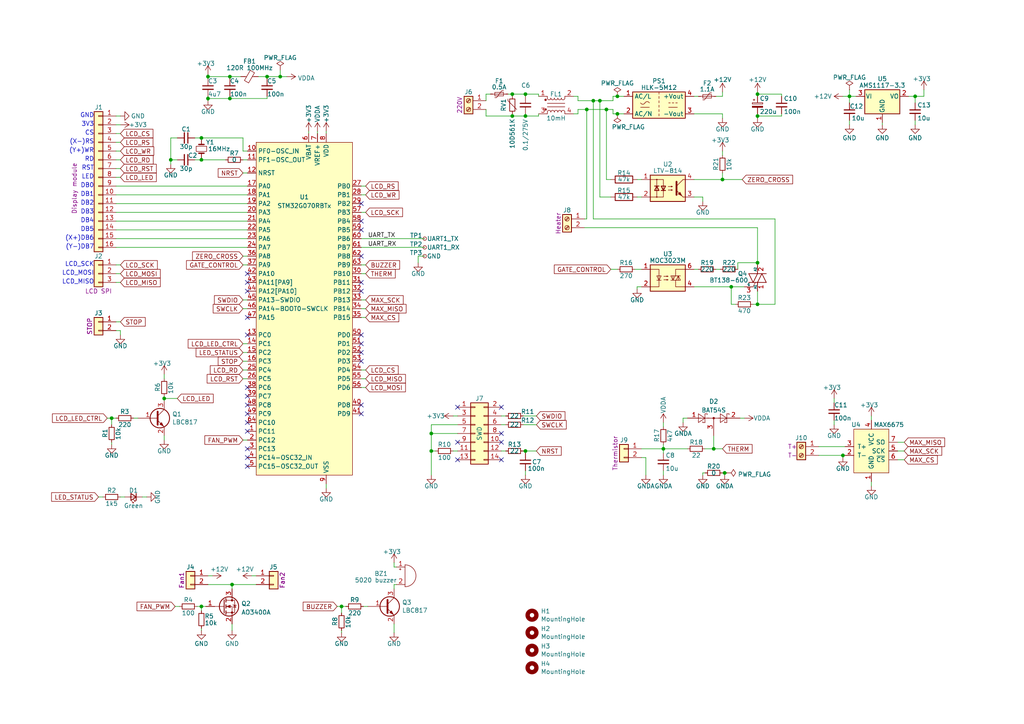
<source format=kicad_sch>
(kicad_sch (version 20211123) (generator eeschema)

  (uuid 70d5c94e-4b51-493e-80c5-98d2c2b0b85e)

  (paper "A4")

  

  (junction (at 179.07 33.02) (diameter 0) (color 0 0 0 0)
    (uuid 10d1282e-eda3-45e9-a948-3e5c9e05abd3)
  )
  (junction (at 125.095 130.81) (diameter 0) (color 0 0 0 0)
    (uuid 178eba62-bb03-4037-9b55-9f471fd5a5bf)
  )
  (junction (at 49.53 46.355) (diameter 0) (color 0 0 0 0)
    (uuid 18a5a8c7-664c-4a54-ba94-aa4f683fee93)
  )
  (junction (at 265.43 27.94) (diameter 0) (color 0 0 0 0)
    (uuid 2674fe2f-e560-40cc-bad9-2801cb6ee12d)
  )
  (junction (at 246.38 27.94) (diameter 0) (color 0 0 0 0)
    (uuid 2813f6f8-790e-4537-9314-18df1ad26b23)
  )
  (junction (at 192.405 130.175) (diameter 0) (color 0 0 0 0)
    (uuid 2a524186-8a30-4949-8c8b-de559e75c8fd)
  )
  (junction (at 219.71 27.305) (diameter 0) (color 0 0 0 0)
    (uuid 2a943c7c-1ab2-40d8-bb61-3e21e93c3d07)
  )
  (junction (at 81.28 22.225) (diameter 0) (color 0 0 0 0)
    (uuid 32f9f031-3a7d-436b-a697-64db254e9f48)
  )
  (junction (at 32.385 121.285) (diameter 0) (color 0 0 0 0)
    (uuid 3806f52e-f776-4ec5-a0b2-37172e8b24b3)
  )
  (junction (at 125.095 125.73) (diameter 0) (color 0 0 0 0)
    (uuid 4a66b485-3cc5-4737-bd32-71657bb2cb00)
  )
  (junction (at 244.475 132.08) (diameter 0) (color 0 0 0 0)
    (uuid 4b0034b3-1b35-4be3-9120-e386c0163984)
  )
  (junction (at 77.47 22.225) (diameter 0) (color 0 0 0 0)
    (uuid 5375496c-16d3-4105-a1bd-44d0c66b47f7)
  )
  (junction (at 175.895 31.75) (diameter 0) (color 0 0 0 0)
    (uuid 66ba1dbe-d797-4e4a-a4a0-cf74c21e2e86)
  )
  (junction (at 219.71 88.265) (diameter 0) (color 0 0 0 0)
    (uuid 67217886-8bbe-450c-bb8f-4a9c1c7eb7fe)
  )
  (junction (at 207.01 130.175) (diameter 0) (color 0 0 0 0)
    (uuid 6fa7d3c8-48cf-4d15-9fd3-43ed9300ac40)
  )
  (junction (at 209.55 52.07) (diameter 0) (color 0 0 0 0)
    (uuid 7402d442-a518-4f43-b83e-0e510efb64dd)
  )
  (junction (at 58.42 46.355) (diameter 0) (color 0 0 0 0)
    (uuid 75629cf6-1307-4c7e-ad40-dcb91ba16500)
  )
  (junction (at 152.4 27.305) (diameter 0) (color 0 0 0 0)
    (uuid 7669ec0a-426d-431a-ab1e-41c7e1ba9adf)
  )
  (junction (at 148.59 33.655) (diameter 0) (color 0 0 0 0)
    (uuid 7de47513-a74e-4b88-b327-be9905fcd108)
  )
  (junction (at 219.71 33.655) (diameter 0) (color 0 0 0 0)
    (uuid 85ca8925-6218-41d4-93ba-da83f606f910)
  )
  (junction (at 60.325 22.225) (diameter 0) (color 0 0 0 0)
    (uuid 87a032de-a869-49e6-b7e9-ffa0f10e2125)
  )
  (junction (at 210.185 137.16) (diameter 0) (color 0 0 0 0)
    (uuid 8da47eee-3165-4ffc-9fe4-61dd0dfa8ee8)
  )
  (junction (at 148.59 27.305) (diameter 0) (color 0 0 0 0)
    (uuid 8eee18f8-48f4-415e-b40c-de371c57cb35)
  )
  (junction (at 152.4 130.81) (diameter 0) (color 0 0 0 0)
    (uuid 92d302e0-db9a-4c4f-9f2c-34a8139517e5)
  )
  (junction (at 66.675 28.575) (diameter 0) (color 0 0 0 0)
    (uuid 955d7b53-c4b6-4346-ab04-2bac98fc9271)
  )
  (junction (at 212.09 83.185) (diameter 0) (color 0 0 0 0)
    (uuid 9820d6a2-96c1-4222-a96f-190be4642f26)
  )
  (junction (at 173.99 29.21) (diameter 0) (color 0 0 0 0)
    (uuid 98a1eea8-44a8-4a47-a427-e6cc41ebeafa)
  )
  (junction (at 172.085 29.21) (diameter 0) (color 0 0 0 0)
    (uuid 9aeb0cf7-682f-4953-a0c3-3444543cb436)
  )
  (junction (at 99.06 175.895) (diameter 0) (color 0 0 0 0)
    (uuid a7262465-6d9e-473a-bae3-ccbd4c7c4efa)
  )
  (junction (at 152.4 33.655) (diameter 0) (color 0 0 0 0)
    (uuid ae865a34-f421-4602-8c0e-fa7d06aa340e)
  )
  (junction (at 66.675 22.225) (diameter 0) (color 0 0 0 0)
    (uuid b1074374-f8c2-4c2d-9e63-777bc2947e26)
  )
  (junction (at 58.42 175.895) (diameter 0) (color 0 0 0 0)
    (uuid c0f903a9-00d7-4fad-ae1f-a8d69388ada8)
  )
  (junction (at 179.07 27.94) (diameter 0) (color 0 0 0 0)
    (uuid c773af5b-01b9-41bd-9805-08e47da79272)
  )
  (junction (at 170.18 31.75) (diameter 0) (color 0 0 0 0)
    (uuid cf99398f-5141-41cb-a9b8-f96be19e0226)
  )
  (junction (at 60.325 28.575) (diameter 0) (color 0 0 0 0)
    (uuid d3db1909-0dcc-44b7-b5eb-6b4eeb1acfa4)
  )
  (junction (at 58.42 40.005) (diameter 0) (color 0 0 0 0)
    (uuid e21e7e25-a7e8-4cb4-8e43-6e8f2e737d61)
  )
  (junction (at 47.625 115.57) (diameter 0) (color 0 0 0 0)
    (uuid e2b0dcc3-8ec2-4312-9923-d633e2ecacb5)
  )
  (junction (at 67.31 169.545) (diameter 0) (color 0 0 0 0)
    (uuid e9b73433-5613-4340-80df-b7e982d63d63)
  )
  (junction (at 219.71 76.2) (diameter 0) (color 0 0 0 0)
    (uuid f896ae27-bcdf-4350-ad6f-7b06190d5c77)
  )

  (no_connect (at 71.755 114.935) (uuid 02a0e8ca-1285-40f1-830a-fd6772d26e9e))
  (no_connect (at 71.755 130.175) (uuid 120c25cd-b48f-4118-8a11-8d340ac5b9ec))
  (no_connect (at 71.755 125.095) (uuid 13c8acdf-a53f-4840-8513-f27fcda50062))
  (no_connect (at 71.755 84.455) (uuid 231fb950-1955-44dc-88c0-205679e6be90))
  (no_connect (at 132.715 128.27) (uuid 29ccae83-b57f-48a8-abd1-e3ee2ed14c2b))
  (no_connect (at 145.415 133.35) (uuid 398b3637-6d4b-4338-b931-145a208eb5ac))
  (no_connect (at 104.775 84.455) (uuid 3cbaa695-625d-43c5-9799-d8a064245347))
  (no_connect (at 71.755 135.255) (uuid 58ddb0a5-68f2-4c92-bd26-a913a9056cbc))
  (no_connect (at 104.775 81.915) (uuid 5c494ac1-1540-4c8e-8831-34bbb571c120))
  (no_connect (at 104.775 120.015) (uuid 622eb112-b737-4b9c-92c8-3ba3a6c8215b))
  (no_connect (at 104.775 102.235) (uuid 62dee897-2e05-4958-b89e-91d5a11634bb))
  (no_connect (at 145.415 128.27) (uuid 6b8ee2cc-cd08-4e8d-9045-6b62ac3ba79f))
  (no_connect (at 71.755 81.915) (uuid 729964a8-5452-4e86-9f32-e1f2d6aae048))
  (no_connect (at 71.755 97.155) (uuid 7c2f64c1-84c7-447a-bf07-5e2cfb5a8ead))
  (no_connect (at 71.755 120.015) (uuid 7f5c9fab-9fd4-44ad-abcf-7d891e2d2080))
  (no_connect (at 104.775 97.155) (uuid 803d3936-1234-48b3-b783-725ed3d1872b))
  (no_connect (at 145.415 118.11) (uuid 8744691b-6641-436e-9f46-a8d48ce27583))
  (no_connect (at 104.775 99.695) (uuid 89f2040c-1b88-4ada-b27f-7fe5ff355b3c))
  (no_connect (at 71.755 92.075) (uuid 93010cf3-63f8-4b68-9d6c-045dbc2f694e))
  (no_connect (at 71.755 132.715) (uuid bb6588e9-a9ff-473e-a628-11e627baf898))
  (no_connect (at 71.755 79.375) (uuid bb7c6493-2b1d-481a-8549-a2bf084febff))
  (no_connect (at 104.775 104.775) (uuid c0abdffa-7a3e-4939-9f6c-a2662f359cd8))
  (no_connect (at 132.715 133.35) (uuid c4265f23-a72b-4efe-9397-f668a170c441))
  (no_connect (at 104.775 117.475) (uuid c6df1aad-79b6-4b02-b9c4-8c9e977ce511))
  (no_connect (at 71.755 117.475) (uuid cffaf50c-0cf6-4e1e-9920-d70b70154d57))
  (no_connect (at 104.775 66.675) (uuid d63d23db-05cd-4b6f-99af-9abae33759ed))
  (no_connect (at 104.775 74.295) (uuid d63d23db-05cd-4b6f-99af-9abae33759ee))
  (no_connect (at 104.775 64.135) (uuid d63d23db-05cd-4b6f-99af-9abae33759ef))
  (no_connect (at 132.715 118.11) (uuid d66678ba-b776-40e5-b647-81b29a23c0cf))
  (no_connect (at 71.755 112.395) (uuid ecf2293c-0457-4b5d-91a1-8249fea43123))
  (no_connect (at 71.755 122.555) (uuid f0b9537d-50f2-4a4e-8743-f58c7a0b499e))
  (no_connect (at 145.415 125.73) (uuid f3f3afbf-cdc2-4821-bd58-e917acce0b45))
  (no_connect (at 104.775 59.055) (uuid f73c516f-b57a-4220-9960-8cb4dba9027c))

  (wire (pts (xy 219.71 88.265) (xy 219.71 84.455))
    (stroke (width 0) (type default) (color 0 0 0 0))
    (uuid 0021461e-29f3-423e-9587-5901802d71b2)
  )
  (wire (pts (xy 167.64 29.21) (xy 172.085 29.21))
    (stroke (width 0) (type default) (color 0 0 0 0))
    (uuid 007ce7f0-c2c3-4aaa-82bb-fdf3c8562e05)
  )
  (wire (pts (xy 58.42 175.895) (xy 59.69 175.895))
    (stroke (width 0) (type default) (color 0 0 0 0))
    (uuid 00ab1310-3a4b-4ee9-8d79-777dcf16f212)
  )
  (wire (pts (xy 70.485 104.775) (xy 71.755 104.775))
    (stroke (width 0) (type default) (color 0 0 0 0))
    (uuid 012e6a48-1ff4-4d3f-ba21-915f00c9e26d)
  )
  (wire (pts (xy 71.755 86.995) (xy 70.485 86.995))
    (stroke (width 0) (type default) (color 0 0 0 0))
    (uuid 0144d383-eac1-4f04-b205-b70cb20a560d)
  )
  (wire (pts (xy 33.655 56.515) (xy 71.755 56.515))
    (stroke (width 0) (type default) (color 0 0 0 0))
    (uuid 01c58a7e-d6b5-40d0-bda4-8ccd186d7beb)
  )
  (wire (pts (xy 201.295 33.02) (xy 209.55 33.02))
    (stroke (width 0) (type default) (color 0 0 0 0))
    (uuid 022babd2-5db8-4723-9f7d-bcb28a887d46)
  )
  (wire (pts (xy 51.435 40.005) (xy 49.53 40.005))
    (stroke (width 0) (type default) (color 0 0 0 0))
    (uuid 03d6590e-4c39-45de-88db-ceaf49cd88fc)
  )
  (wire (pts (xy 169.545 63.5) (xy 170.18 63.5))
    (stroke (width 0) (type default) (color 0 0 0 0))
    (uuid 0573d05d-d8de-470a-a9c2-1610483fd700)
  )
  (wire (pts (xy 104.775 69.215) (xy 123.19 69.215))
    (stroke (width 0) (type default) (color 0 0 0 0))
    (uuid 066e8e26-4711-4f62-9f42-df6e54e78b18)
  )
  (wire (pts (xy 70.485 43.815) (xy 71.755 43.815))
    (stroke (width 0) (type default) (color 0 0 0 0))
    (uuid 073ed338-2da0-4d4d-b98b-17c345cd2540)
  )
  (wire (pts (xy 219.71 33.655) (xy 219.71 33.02))
    (stroke (width 0) (type default) (color 0 0 0 0))
    (uuid 0aac980a-4e18-4f80-9bc9-0aef6e9345e6)
  )
  (wire (pts (xy 60.325 22.225) (xy 60.325 22.86))
    (stroke (width 0) (type default) (color 0 0 0 0))
    (uuid 0ac91038-65c9-45fa-a371-6b1c8ee2fd8d)
  )
  (wire (pts (xy 177.8 31.75) (xy 177.8 33.02))
    (stroke (width 0) (type default) (color 0 0 0 0))
    (uuid 0b4f6b92-2b02-4121-925d-528fb47994ff)
  )
  (wire (pts (xy 121.285 74.295) (xy 121.285 76.2))
    (stroke (width 0) (type default) (color 0 0 0 0))
    (uuid 0da35be7-ed3b-4496-9bd7-6746ce122503)
  )
  (wire (pts (xy 192.405 130.175) (xy 199.39 130.175))
    (stroke (width 0) (type default) (color 0 0 0 0))
    (uuid 0dfa5151-f145-4af5-a82a-3762f0478d22)
  )
  (wire (pts (xy 67.31 180.975) (xy 67.31 182.88))
    (stroke (width 0) (type default) (color 0 0 0 0))
    (uuid 0e7d0507-1a25-47db-b391-eebe906ef052)
  )
  (wire (pts (xy 201.295 78.105) (xy 202.565 78.105))
    (stroke (width 0) (type default) (color 0 0 0 0))
    (uuid 0ed25811-49a6-4f41-a7b9-8fd7e354f294)
  )
  (wire (pts (xy 106.045 61.595) (xy 104.775 61.595))
    (stroke (width 0) (type default) (color 0 0 0 0))
    (uuid 12d6ccd4-0ece-4fd3-b388-f80fe4a9f526)
  )
  (wire (pts (xy 260.35 128.27) (xy 262.255 128.27))
    (stroke (width 0) (type default) (color 0 0 0 0))
    (uuid 146cb325-707a-497b-a051-8670d8e32009)
  )
  (wire (pts (xy 224.79 88.265) (xy 224.79 63.5))
    (stroke (width 0) (type default) (color 0 0 0 0))
    (uuid 14e94641-5b7e-45fa-aa63-d7f60ae2f28e)
  )
  (wire (pts (xy 203.835 137.16) (xy 204.47 137.16))
    (stroke (width 0) (type default) (color 0 0 0 0))
    (uuid 151f31cd-ebd1-403e-b171-6bc15a04fc5c)
  )
  (wire (pts (xy 219.71 76.2) (xy 219.71 76.835))
    (stroke (width 0) (type default) (color 0 0 0 0))
    (uuid 15ac11b4-6f83-4265-8708-9a1c8046cc27)
  )
  (wire (pts (xy 172.085 63.5) (xy 172.085 29.21))
    (stroke (width 0) (type default) (color 0 0 0 0))
    (uuid 169bf69e-01f6-48a1-a981-713ab5457cd2)
  )
  (wire (pts (xy 219.71 66.04) (xy 219.71 76.2))
    (stroke (width 0) (type default) (color 0 0 0 0))
    (uuid 17346005-ee7a-448a-98ca-695574ed6db0)
  )
  (wire (pts (xy 58.42 46.355) (xy 65.405 46.355))
    (stroke (width 0) (type default) (color 0 0 0 0))
    (uuid 17908aa3-3d4d-4772-9eac-9638d5436758)
  )
  (wire (pts (xy 140.97 27.305) (xy 142.24 27.305))
    (stroke (width 0) (type default) (color 0 0 0 0))
    (uuid 18a4c2e2-9b37-428c-aaeb-fc963d0af765)
  )
  (wire (pts (xy 267.97 27.94) (xy 265.43 27.94))
    (stroke (width 0) (type default) (color 0 0 0 0))
    (uuid 1a386317-bdf0-4bfe-ada3-a80fd004c070)
  )
  (wire (pts (xy 125.095 125.73) (xy 125.095 130.81))
    (stroke (width 0) (type default) (color 0 0 0 0))
    (uuid 1af33c80-2561-4b1e-b204-f83de0f09f67)
  )
  (wire (pts (xy 33.655 41.275) (xy 34.925 41.275))
    (stroke (width 0) (type default) (color 0 0 0 0))
    (uuid 1cd9e01c-20f6-4a19-a03b-9c286a691e93)
  )
  (wire (pts (xy 246.38 26.035) (xy 246.38 27.94))
    (stroke (width 0) (type default) (color 0 0 0 0))
    (uuid 1cf0ee07-09b4-4188-acb1-826fb352eda1)
  )
  (wire (pts (xy 241.935 121.92) (xy 241.935 123.19))
    (stroke (width 0) (type default) (color 0 0 0 0))
    (uuid 1d773b12-42af-472a-b205-8d8884bf8bf5)
  )
  (wire (pts (xy 241.935 115.57) (xy 241.935 116.84))
    (stroke (width 0) (type default) (color 0 0 0 0))
    (uuid 1dcb7028-30dc-4be3-9d1c-b06404d833e8)
  )
  (wire (pts (xy 186.055 83.185) (xy 184.785 83.185))
    (stroke (width 0) (type default) (color 0 0 0 0))
    (uuid 1e611147-23a0-46d4-bc28-c8e2431653bc)
  )
  (wire (pts (xy 145.415 120.65) (xy 146.685 120.65))
    (stroke (width 0) (type default) (color 0 0 0 0))
    (uuid 1f7ff77e-d427-4fb7-b5a8-84efa7a2c4ce)
  )
  (wire (pts (xy 33.655 81.915) (xy 34.925 81.915))
    (stroke (width 0) (type default) (color 0 0 0 0))
    (uuid 1fcf8551-87f7-4810-9cef-24f2e85198c9)
  )
  (wire (pts (xy 145.415 130.81) (xy 146.685 130.81))
    (stroke (width 0) (type default) (color 0 0 0 0))
    (uuid 2119aee8-1a12-4149-9899-d7d5887b62e7)
  )
  (wire (pts (xy 33.655 69.215) (xy 71.755 69.215))
    (stroke (width 0) (type default) (color 0 0 0 0))
    (uuid 229ea638-20c6-4b22-9c8e-9a21c25f3c04)
  )
  (wire (pts (xy 33.655 48.895) (xy 34.925 48.895))
    (stroke (width 0) (type default) (color 0 0 0 0))
    (uuid 231e9158-cad2-4d0a-9a44-7e94496c6105)
  )
  (wire (pts (xy 60.325 21.59) (xy 60.325 22.225))
    (stroke (width 0) (type default) (color 0 0 0 0))
    (uuid 2427064f-e22e-426c-86ce-bac1c0f4a05c)
  )
  (wire (pts (xy 77.47 28.575) (xy 66.675 28.575))
    (stroke (width 0) (type default) (color 0 0 0 0))
    (uuid 252ba6a7-e71e-4a0f-a62a-bb1dfd96477a)
  )
  (wire (pts (xy 219.71 33.655) (xy 226.695 33.655))
    (stroke (width 0) (type default) (color 0 0 0 0))
    (uuid 26be7da3-3add-4daf-b009-21aa81320c47)
  )
  (wire (pts (xy 73.025 167.005) (xy 74.295 167.005))
    (stroke (width 0) (type default) (color 0 0 0 0))
    (uuid 284a0d2b-52e7-47d2-a9f8-25e4857b1108)
  )
  (wire (pts (xy 114.3 163.195) (xy 114.3 164.465))
    (stroke (width 0) (type default) (color 0 0 0 0))
    (uuid 298d4d5f-e2a3-4d61-a537-807b78ffd3a6)
  )
  (wire (pts (xy 104.775 79.375) (xy 106.045 79.375))
    (stroke (width 0) (type default) (color 0 0 0 0))
    (uuid 2b2987f5-ce94-4e64-b0d0-4b4a038748d4)
  )
  (wire (pts (xy 184.785 57.15) (xy 186.055 57.15))
    (stroke (width 0) (type default) (color 0 0 0 0))
    (uuid 2b54976f-acfa-4453-91b9-5be6fb009020)
  )
  (wire (pts (xy 260.35 130.81) (xy 262.255 130.81))
    (stroke (width 0) (type default) (color 0 0 0 0))
    (uuid 2c7cf1f3-1c7a-4fdc-abae-1ff2b4a13bf0)
  )
  (wire (pts (xy 114.3 170.815) (xy 114.3 169.545))
    (stroke (width 0) (type default) (color 0 0 0 0))
    (uuid 2e2ff7e0-e2d0-466c-8128-1fd106af9edb)
  )
  (wire (pts (xy 33.655 46.355) (xy 34.925 46.355))
    (stroke (width 0) (type default) (color 0 0 0 0))
    (uuid 2f2a549e-bb0e-47a8-ab2e-14d62e38d710)
  )
  (wire (pts (xy 58.42 40.64) (xy 58.42 40.005))
    (stroke (width 0) (type default) (color 0 0 0 0))
    (uuid 2f7478d0-9cff-402b-8554-c7a0b329b89a)
  )
  (wire (pts (xy 198.12 122.555) (xy 198.12 121.285))
    (stroke (width 0) (type default) (color 0 0 0 0))
    (uuid 312e8498-08e2-4ed6-bff3-351c87d1d82d)
  )
  (wire (pts (xy 184.15 78.105) (xy 186.055 78.105))
    (stroke (width 0) (type default) (color 0 0 0 0))
    (uuid 328ea336-6d64-44fe-a15f-5d6c55b12ff5)
  )
  (wire (pts (xy 219.71 27.305) (xy 219.71 26.67))
    (stroke (width 0) (type default) (color 0 0 0 0))
    (uuid 32c83969-feb6-45ec-b6b8-e008c73cd0c6)
  )
  (wire (pts (xy 152.4 131.445) (xy 152.4 130.81))
    (stroke (width 0) (type default) (color 0 0 0 0))
    (uuid 340bd1ac-de65-4ae6-901d-42870f8619a6)
  )
  (wire (pts (xy 33.655 53.975) (xy 71.755 53.975))
    (stroke (width 0) (type default) (color 0 0 0 0))
    (uuid 3542be4e-b4ee-45a1-9d63-f53e37486c50)
  )
  (wire (pts (xy 125.095 130.81) (xy 126.365 130.81))
    (stroke (width 0) (type default) (color 0 0 0 0))
    (uuid 364c1969-f137-4838-90c1-928bd9479741)
  )
  (wire (pts (xy 56.515 46.355) (xy 58.42 46.355))
    (stroke (width 0) (type default) (color 0 0 0 0))
    (uuid 3752a0c4-1dcb-49d4-a2e5-80549881d80e)
  )
  (wire (pts (xy 187.325 132.715) (xy 186.055 132.715))
    (stroke (width 0) (type default) (color 0 0 0 0))
    (uuid 3bdc0e83-6cc4-46b1-b021-984a1e7cffe1)
  )
  (wire (pts (xy 172.085 29.21) (xy 173.99 29.21))
    (stroke (width 0) (type default) (color 0 0 0 0))
    (uuid 3c1523fb-19b3-415e-8bee-782669dbda4d)
  )
  (wire (pts (xy 81.28 22.225) (xy 77.47 22.225))
    (stroke (width 0) (type default) (color 0 0 0 0))
    (uuid 3cd7d5c3-9d51-4310-bc8d-6d3dd49a26cb)
  )
  (wire (pts (xy 114.3 164.465) (xy 114.935 164.465))
    (stroke (width 0) (type default) (color 0 0 0 0))
    (uuid 3e24501e-5c37-4797-b79d-2a21bbc58639)
  )
  (wire (pts (xy 70.485 127.635) (xy 71.755 127.635))
    (stroke (width 0) (type default) (color 0 0 0 0))
    (uuid 3e438bf2-5d45-4fe2-893d-8d01133768aa)
  )
  (wire (pts (xy 94.615 38.735) (xy 94.615 38.1))
    (stroke (width 0) (type default) (color 0 0 0 0))
    (uuid 41254fb2-5180-46c8-85b6-c57dbbb63d57)
  )
  (wire (pts (xy 213.36 88.265) (xy 212.09 88.265))
    (stroke (width 0) (type default) (color 0 0 0 0))
    (uuid 413ad3e7-dc04-4a32-acc3-cccdeed34133)
  )
  (wire (pts (xy 33.655 64.135) (xy 71.755 64.135))
    (stroke (width 0) (type default) (color 0 0 0 0))
    (uuid 44a25521-3a36-43dc-86e3-dee410723620)
  )
  (wire (pts (xy 132.715 120.65) (xy 131.445 120.65))
    (stroke (width 0) (type default) (color 0 0 0 0))
    (uuid 44fd9920-f365-4de2-a0ed-67ea47900838)
  )
  (wire (pts (xy 32.385 121.285) (xy 32.385 123.19))
    (stroke (width 0) (type default) (color 0 0 0 0))
    (uuid 459c61eb-9f32-4788-97e9-e10295993852)
  )
  (wire (pts (xy 140.97 29.21) (xy 140.97 27.305))
    (stroke (width 0) (type default) (color 0 0 0 0))
    (uuid 474ccf69-2c04-421a-9d57-12406be3375b)
  )
  (wire (pts (xy 50.8 175.895) (xy 52.07 175.895))
    (stroke (width 0) (type default) (color 0 0 0 0))
    (uuid 485db09e-08b8-4ebf-8505-c093f7bcc081)
  )
  (wire (pts (xy 267.97 26.035) (xy 267.97 27.94))
    (stroke (width 0) (type default) (color 0 0 0 0))
    (uuid 4c33aebc-da00-4a30-aa22-90bebf81a76f)
  )
  (wire (pts (xy 184.785 52.07) (xy 186.055 52.07))
    (stroke (width 0) (type default) (color 0 0 0 0))
    (uuid 4c437070-8a96-4794-8415-41de164051c8)
  )
  (wire (pts (xy 260.35 133.35) (xy 262.255 133.35))
    (stroke (width 0) (type default) (color 0 0 0 0))
    (uuid 4ce33d32-0190-468e-9609-9d0da1c506d1)
  )
  (wire (pts (xy 244.475 132.715) (xy 244.475 132.08))
    (stroke (width 0) (type default) (color 0 0 0 0))
    (uuid 4e5691f8-785f-45e7-b4f7-8fef0e7a06be)
  )
  (wire (pts (xy 106.68 175.895) (xy 105.41 175.895))
    (stroke (width 0) (type default) (color 0 0 0 0))
    (uuid 4f55e4bd-bb3b-4ee3-9afc-f86399ee41f4)
  )
  (wire (pts (xy 33.655 43.815) (xy 34.925 43.815))
    (stroke (width 0) (type default) (color 0 0 0 0))
    (uuid 5010040e-1fa2-478d-ad5c-c5a5ed31e76a)
  )
  (wire (pts (xy 34.925 95.885) (xy 33.655 95.885))
    (stroke (width 0) (type default) (color 0 0 0 0))
    (uuid 50956549-6d1d-497b-9d30-82d9190ecd95)
  )
  (wire (pts (xy 265.43 36.195) (xy 265.43 34.925))
    (stroke (width 0) (type default) (color 0 0 0 0))
    (uuid 5160db40-f61a-48bf-88b4-bb5ac60e8c5c)
  )
  (wire (pts (xy 99.06 175.895) (xy 99.06 177.8))
    (stroke (width 0) (type default) (color 0 0 0 0))
    (uuid 51748198-6651-4d5f-91c6-5c932877469e)
  )
  (wire (pts (xy 244.475 27.94) (xy 246.38 27.94))
    (stroke (width 0) (type default) (color 0 0 0 0))
    (uuid 51fa0dae-5c5d-43be-a032-d5e704105e36)
  )
  (wire (pts (xy 99.06 175.895) (xy 97.79 175.895))
    (stroke (width 0) (type default) (color 0 0 0 0))
    (uuid 52cc17ab-1c7d-46ef-bd12-7cdc557dea44)
  )
  (wire (pts (xy 179.07 33.02) (xy 180.975 33.02))
    (stroke (width 0) (type default) (color 0 0 0 0))
    (uuid 53db0dc0-dfcf-4bc3-86dc-ffaf3adceda5)
  )
  (wire (pts (xy 70.485 50.165) (xy 71.755 50.165))
    (stroke (width 0) (type default) (color 0 0 0 0))
    (uuid 54c86742-77c6-4e83-b5ac-c3d2c7e1ffbf)
  )
  (wire (pts (xy 33.655 59.055) (xy 71.755 59.055))
    (stroke (width 0) (type default) (color 0 0 0 0))
    (uuid 553624ab-59cc-4b73-ba66-e480e762af82)
  )
  (wire (pts (xy 209.55 33.02) (xy 209.55 34.29))
    (stroke (width 0) (type default) (color 0 0 0 0))
    (uuid 5562c925-f045-40b8-92d6-6b7d2804d02e)
  )
  (wire (pts (xy 33.655 38.735) (xy 34.925 38.735))
    (stroke (width 0) (type default) (color 0 0 0 0))
    (uuid 5979264b-6afe-4e22-96c5-3f71a986ef24)
  )
  (wire (pts (xy 99.06 182.88) (xy 99.06 183.515))
    (stroke (width 0) (type default) (color 0 0 0 0))
    (uuid 5a6e0996-726c-4734-b732-4de754e0fd61)
  )
  (wire (pts (xy 219.71 88.265) (xy 224.79 88.265))
    (stroke (width 0) (type default) (color 0 0 0 0))
    (uuid 5a9fc432-e44b-4e3c-9c3d-22a69730a0bd)
  )
  (wire (pts (xy 47.625 114.935) (xy 47.625 115.57))
    (stroke (width 0) (type default) (color 0 0 0 0))
    (uuid 5d7c9844-6843-4bf4-8e02-546ebb64d2b1)
  )
  (wire (pts (xy 66.675 27.94) (xy 66.675 28.575))
    (stroke (width 0) (type default) (color 0 0 0 0))
    (uuid 5dca9511-d8cd-4147-bd9f-31dd1bd1dd6d)
  )
  (wire (pts (xy 212.09 83.185) (xy 215.9 83.185))
    (stroke (width 0) (type default) (color 0 0 0 0))
    (uuid 5ee0bac8-a1bf-47f5-851e-f3aa88aed95e)
  )
  (wire (pts (xy 145.415 123.19) (xy 146.685 123.19))
    (stroke (width 0) (type default) (color 0 0 0 0))
    (uuid 5f0421c7-6eee-4199-9d9a-3d8bc1ed0d8d)
  )
  (wire (pts (xy 34.925 93.345) (xy 33.655 93.345))
    (stroke (width 0) (type default) (color 0 0 0 0))
    (uuid 5f532fb3-61a0-4311-84e3-980da4cac791)
  )
  (wire (pts (xy 131.445 130.81) (xy 132.715 130.81))
    (stroke (width 0) (type default) (color 0 0 0 0))
    (uuid 5f54bcb8-0a80-47c7-a329-d6dcc9d5f1fd)
  )
  (wire (pts (xy 104.775 56.515) (xy 106.045 56.515))
    (stroke (width 0) (type default) (color 0 0 0 0))
    (uuid 5ffe049d-d6ca-4d4b-9828-4de9d6b65180)
  )
  (wire (pts (xy 187.325 137.795) (xy 187.325 132.715))
    (stroke (width 0) (type default) (color 0 0 0 0))
    (uuid 604bd3df-937d-4be0-9c3f-52ae19fce0ab)
  )
  (wire (pts (xy 213.995 78.105) (xy 213.995 76.2))
    (stroke (width 0) (type default) (color 0 0 0 0))
    (uuid 609e9a3c-4516-495e-9fd2-c9a2d058a806)
  )
  (wire (pts (xy 49.53 46.355) (xy 49.53 47.625))
    (stroke (width 0) (type default) (color 0 0 0 0))
    (uuid 63a9b380-5a3c-44f9-8357-42fca1d949d7)
  )
  (wire (pts (xy 148.59 27.305) (xy 148.59 27.94))
    (stroke (width 0) (type default) (color 0 0 0 0))
    (uuid 6427b149-8335-42f9-beab-08f2b86f5d01)
  )
  (wire (pts (xy 170.18 31.75) (xy 175.895 31.75))
    (stroke (width 0) (type default) (color 0 0 0 0))
    (uuid 651f9eb4-002d-4a2c-aa75-227371ea604a)
  )
  (wire (pts (xy 34.925 144.145) (xy 36.195 144.145))
    (stroke (width 0) (type default) (color 0 0 0 0))
    (uuid 661a5444-c2d9-4db8-959d-373e0df196f7)
  )
  (wire (pts (xy 125.095 130.81) (xy 125.095 137.795))
    (stroke (width 0) (type default) (color 0 0 0 0))
    (uuid 66c44345-8bca-45e9-b3f5-ca66e11b59b3)
  )
  (wire (pts (xy 209.55 43.815) (xy 209.55 45.085))
    (stroke (width 0) (type default) (color 0 0 0 0))
    (uuid 69ae94e7-48ef-4f42-8265-cacf71aebd13)
  )
  (wire (pts (xy 152.4 27.305) (xy 152.4 27.94))
    (stroke (width 0) (type default) (color 0 0 0 0))
    (uuid 6a1441f2-4627-4d36-b4cf-a5aeac796080)
  )
  (wire (pts (xy 186.055 130.175) (xy 192.405 130.175))
    (stroke (width 0) (type default) (color 0 0 0 0))
    (uuid 6a50f686-04a8-43bf-8595-9ee16fa9220b)
  )
  (wire (pts (xy 125.095 123.19) (xy 125.095 125.73))
    (stroke (width 0) (type default) (color 0 0 0 0))
    (uuid 6b1ccedd-d6e8-4ff3-b0a9-a40316cd89d5)
  )
  (wire (pts (xy 47.625 115.57) (xy 51.435 115.57))
    (stroke (width 0) (type default) (color 0 0 0 0))
    (uuid 6c52db09-1cb8-4628-b97d-cd400f82756a)
  )
  (wire (pts (xy 219.71 27.305) (xy 226.695 27.305))
    (stroke (width 0) (type default) (color 0 0 0 0))
    (uuid 6ca4801d-06e0-479b-9dd7-7f378b83911c)
  )
  (wire (pts (xy 177.165 78.105) (xy 179.07 78.105))
    (stroke (width 0) (type default) (color 0 0 0 0))
    (uuid 6cec7a00-1c0a-4b85-ba0d-b68674bbf602)
  )
  (wire (pts (xy 104.775 86.995) (xy 106.045 86.995))
    (stroke (width 0) (type default) (color 0 0 0 0))
    (uuid 6e247e44-f717-4a85-8038-5e0ee1c1b729)
  )
  (wire (pts (xy 60.325 27.94) (xy 60.325 28.575))
    (stroke (width 0) (type default) (color 0 0 0 0))
    (uuid 6eabda4d-213f-4d12-bb0f-841999959543)
  )
  (wire (pts (xy 177.165 52.07) (xy 175.895 52.07))
    (stroke (width 0) (type default) (color 0 0 0 0))
    (uuid 6ebd19aa-16b0-4a2f-b643-07e07cf69388)
  )
  (wire (pts (xy 74.295 169.545) (xy 67.31 169.545))
    (stroke (width 0) (type default) (color 0 0 0 0))
    (uuid 7012ddf8-ad0b-4f65-8ed8-2bb9cfc77198)
  )
  (wire (pts (xy 34.925 97.155) (xy 34.925 95.885))
    (stroke (width 0) (type default) (color 0 0 0 0))
    (uuid 716a1d72-a69c-4b20-af6a-6f6a6d12d249)
  )
  (wire (pts (xy 66.675 28.575) (xy 60.325 28.575))
    (stroke (width 0) (type default) (color 0 0 0 0))
    (uuid 72b4f67e-72f2-4c23-86d4-e502e953015e)
  )
  (wire (pts (xy 252.73 121.92) (xy 252.73 120.65))
    (stroke (width 0) (type default) (color 0 0 0 0))
    (uuid 7360f44e-c228-43ab-b4c0-fe6c5d0838f3)
  )
  (wire (pts (xy 167.64 29.21) (xy 167.64 27.94))
    (stroke (width 0) (type default) (color 0 0 0 0))
    (uuid 74362be6-c139-4054-8806-c3e14c558bd1)
  )
  (wire (pts (xy 60.325 28.575) (xy 60.325 29.21))
    (stroke (width 0) (type default) (color 0 0 0 0))
    (uuid 75d5fb48-948d-4648-887f-a9c863b86061)
  )
  (wire (pts (xy 210.185 137.16) (xy 210.82 137.16))
    (stroke (width 0) (type default) (color 0 0 0 0))
    (uuid 77a7f791-b935-4328-8ff0-70e4550244e8)
  )
  (wire (pts (xy 177.8 29.21) (xy 177.8 27.94))
    (stroke (width 0) (type default) (color 0 0 0 0))
    (uuid 795b2203-8956-48d7-9017-c5a4422098f1)
  )
  (wire (pts (xy 207.645 27.94) (xy 209.55 27.94))
    (stroke (width 0) (type default) (color 0 0 0 0))
    (uuid 79a209df-6e02-4e05-917f-9293986be211)
  )
  (wire (pts (xy 175.895 52.07) (xy 175.895 31.75))
    (stroke (width 0) (type default) (color 0 0 0 0))
    (uuid 7a83ac6a-0e04-4867-b6b9-8c951c04c790)
  )
  (wire (pts (xy 246.38 27.94) (xy 248.285 27.94))
    (stroke (width 0) (type default) (color 0 0 0 0))
    (uuid 7d129dde-9d30-47aa-8c96-5f5e72207dca)
  )
  (wire (pts (xy 209.55 27.94) (xy 209.55 26.67))
    (stroke (width 0) (type default) (color 0 0 0 0))
    (uuid 7d282ae5-1107-4ab8-b31c-9a5b067057b1)
  )
  (wire (pts (xy 148.59 33.02) (xy 148.59 33.655))
    (stroke (width 0) (type default) (color 0 0 0 0))
    (uuid 7e8fe8c9-816b-448d-aaca-07e727be6194)
  )
  (wire (pts (xy 67.31 169.545) (xy 67.31 170.815))
    (stroke (width 0) (type default) (color 0 0 0 0))
    (uuid 7f38848b-7fcc-4fc9-b355-8ae03f5e757d)
  )
  (wire (pts (xy 213.995 76.2) (xy 219.71 76.2))
    (stroke (width 0) (type default) (color 0 0 0 0))
    (uuid 7f555394-fab9-4ec3-827c-6b0193f49577)
  )
  (wire (pts (xy 70.485 74.295) (xy 71.755 74.295))
    (stroke (width 0) (type default) (color 0 0 0 0))
    (uuid 80af133c-7ab7-481d-a2c4-c345acbfb701)
  )
  (wire (pts (xy 140.97 31.75) (xy 140.97 33.655))
    (stroke (width 0) (type default) (color 0 0 0 0))
    (uuid 815982db-49df-4d5b-b8b9-c320a08cd403)
  )
  (wire (pts (xy 40.005 121.285) (xy 38.735 121.285))
    (stroke (width 0) (type default) (color 0 0 0 0))
    (uuid 8198cc5e-8f72-441b-a2e1-92ca5661103e)
  )
  (wire (pts (xy 212.09 88.265) (xy 212.09 83.185))
    (stroke (width 0) (type default) (color 0 0 0 0))
    (uuid 82ff02ef-bf7f-44c2-b2f3-c3661287c2f8)
  )
  (wire (pts (xy 47.625 108.585) (xy 47.625 109.855))
    (stroke (width 0) (type default) (color 0 0 0 0))
    (uuid 8393e6a9-e1fc-4aea-ba01-3e83eb081d0d)
  )
  (wire (pts (xy 33.655 61.595) (xy 71.755 61.595))
    (stroke (width 0) (type default) (color 0 0 0 0))
    (uuid 8609d100-e28f-4018-a4b8-74fd2501266e)
  )
  (wire (pts (xy 255.905 35.56) (xy 255.905 36.195))
    (stroke (width 0) (type default) (color 0 0 0 0))
    (uuid 867fd820-861f-410c-bbe1-5263bbc3abb7)
  )
  (wire (pts (xy 70.485 107.315) (xy 71.755 107.315))
    (stroke (width 0) (type default) (color 0 0 0 0))
    (uuid 87d28045-2257-47b9-a776-bf8e55ef8fd9)
  )
  (wire (pts (xy 33.655 121.285) (xy 32.385 121.285))
    (stroke (width 0) (type default) (color 0 0 0 0))
    (uuid 87efc790-8644-489c-9b71-13ce7d7005eb)
  )
  (wire (pts (xy 226.695 33.655) (xy 226.695 33.02))
    (stroke (width 0) (type default) (color 0 0 0 0))
    (uuid 888479f6-cea3-4ff3-be20-e81a6b25142c)
  )
  (wire (pts (xy 169.545 66.04) (xy 219.71 66.04))
    (stroke (width 0) (type default) (color 0 0 0 0))
    (uuid 8903591f-4a92-454b-a922-4c68da60fd28)
  )
  (wire (pts (xy 167.64 31.75) (xy 167.64 33.02))
    (stroke (width 0) (type default) (color 0 0 0 0))
    (uuid 8bed222f-37ff-4df9-851f-bb33fbd28ded)
  )
  (wire (pts (xy 66.675 22.225) (xy 60.325 22.225))
    (stroke (width 0) (type default) (color 0 0 0 0))
    (uuid 8c3d788d-64a1-4554-9485-f491a5d6e471)
  )
  (wire (pts (xy 148.59 27.305) (xy 152.4 27.305))
    (stroke (width 0) (type default) (color 0 0 0 0))
    (uuid 8ca3a81c-7144-4a4e-afd1-0271fae8b173)
  )
  (wire (pts (xy 167.64 33.02) (xy 166.37 33.02))
    (stroke (width 0) (type default) (color 0 0 0 0))
    (uuid 8cc5b1ad-9be6-4bd1-957b-d3025b273707)
  )
  (wire (pts (xy 226.695 27.305) (xy 226.695 27.94))
    (stroke (width 0) (type default) (color 0 0 0 0))
    (uuid 8da772be-ea34-489f-850b-6ab6bf20816c)
  )
  (wire (pts (xy 89.535 38.735) (xy 89.535 38.1))
    (stroke (width 0) (type default) (color 0 0 0 0))
    (uuid 8ff75145-f9e9-4eaf-83c7-20940f3590d8)
  )
  (wire (pts (xy 207.645 78.105) (xy 208.915 78.105))
    (stroke (width 0) (type default) (color 0 0 0 0))
    (uuid 91f496bc-847e-4fd5-9d13-c0e00e3204b8)
  )
  (wire (pts (xy 210.185 137.16) (xy 209.55 137.16))
    (stroke (width 0) (type default) (color 0 0 0 0))
    (uuid 925d5cd3-bd99-4201-827b-ab70a6fa5582)
  )
  (wire (pts (xy 192.405 122.555) (xy 192.405 123.825))
    (stroke (width 0) (type default) (color 0 0 0 0))
    (uuid 928d07b3-a32b-49fc-8c12-1246b18ade13)
  )
  (wire (pts (xy 70.485 40.005) (xy 70.485 43.815))
    (stroke (width 0) (type default) (color 0 0 0 0))
    (uuid 9475b2ff-b90b-4ded-ad75-554f02186aef)
  )
  (wire (pts (xy 209.55 52.07) (xy 209.55 50.165))
    (stroke (width 0) (type default) (color 0 0 0 0))
    (uuid 9568bf06-a903-4bde-93ce-f23adc0565fa)
  )
  (wire (pts (xy 152.4 33.02) (xy 152.4 33.655))
    (stroke (width 0) (type default) (color 0 0 0 0))
    (uuid 96857661-1aa9-4cde-a3f9-64424767014e)
  )
  (wire (pts (xy 265.43 29.845) (xy 265.43 27.94))
    (stroke (width 0) (type default) (color 0 0 0 0))
    (uuid 996bc412-7bdb-4d0a-b241-0119b1119769)
  )
  (wire (pts (xy 33.655 76.835) (xy 34.925 76.835))
    (stroke (width 0) (type default) (color 0 0 0 0))
    (uuid 9ba15ac0-88ab-4167-9a0b-4a6472b6e1b1)
  )
  (wire (pts (xy 173.99 57.15) (xy 173.99 29.21))
    (stroke (width 0) (type default) (color 0 0 0 0))
    (uuid 9c7b93f5-493b-4a99-9f1c-c3df16350fa0)
  )
  (wire (pts (xy 92.075 38.1) (xy 92.075 38.735))
    (stroke (width 0) (type default) (color 0 0 0 0))
    (uuid 9ca885ad-7ec7-414d-bbc3-f94767fbb0d4)
  )
  (wire (pts (xy 198.12 121.285) (xy 199.39 121.285))
    (stroke (width 0) (type default) (color 0 0 0 0))
    (uuid 9f340e3a-770b-4395-b870-4c77f4b56570)
  )
  (wire (pts (xy 207.01 130.175) (xy 209.55 130.175))
    (stroke (width 0) (type default) (color 0 0 0 0))
    (uuid a17ad839-b14e-414c-8cbf-dee43df3c8af)
  )
  (wire (pts (xy 81.28 20.32) (xy 81.28 22.225))
    (stroke (width 0) (type default) (color 0 0 0 0))
    (uuid a28ded2d-cffa-40db-8d92-f0009c3abe65)
  )
  (wire (pts (xy 104.775 92.075) (xy 106.045 92.075))
    (stroke (width 0) (type default) (color 0 0 0 0))
    (uuid a31eb095-0911-4bde-b6af-7b92490b561d)
  )
  (wire (pts (xy 70.485 46.355) (xy 71.755 46.355))
    (stroke (width 0) (type default) (color 0 0 0 0))
    (uuid a340f295-1ba1-4dd5-b6e0-2321a229d791)
  )
  (wire (pts (xy 152.4 27.305) (xy 156.21 27.305))
    (stroke (width 0) (type default) (color 0 0 0 0))
    (uuid a3de59b7-6ef2-4aeb-bb0b-875b7c21e17a)
  )
  (wire (pts (xy 71.755 89.535) (xy 70.485 89.535))
    (stroke (width 0) (type default) (color 0 0 0 0))
    (uuid a5a27001-3f1e-4e4c-8493-6fe9df76f3a4)
  )
  (wire (pts (xy 33.655 79.375) (xy 34.925 79.375))
    (stroke (width 0) (type default) (color 0 0 0 0))
    (uuid a683097e-e3f2-479f-a32d-3c250f53ff70)
  )
  (wire (pts (xy 104.775 112.395) (xy 106.045 112.395))
    (stroke (width 0) (type default) (color 0 0 0 0))
    (uuid a719748e-c167-4cbd-a303-b623175f4864)
  )
  (wire (pts (xy 125.095 123.19) (xy 132.715 123.19))
    (stroke (width 0) (type default) (color 0 0 0 0))
    (uuid a92b851f-63bd-4242-be3a-98e755389568)
  )
  (wire (pts (xy 66.675 22.86) (xy 66.675 22.225))
    (stroke (width 0) (type default) (color 0 0 0 0))
    (uuid aa11847f-1e0b-46f7-a7a5-aa455cea621e)
  )
  (wire (pts (xy 207.01 126.365) (xy 207.01 130.175))
    (stroke (width 0) (type default) (color 0 0 0 0))
    (uuid ab985389-ec3f-4516-b3ed-42b8d0b47efb)
  )
  (wire (pts (xy 175.895 31.75) (xy 177.8 31.75))
    (stroke (width 0) (type default) (color 0 0 0 0))
    (uuid abbf3a46-d656-41a9-a9e1-f6a5a9f489c8)
  )
  (wire (pts (xy 177.8 33.02) (xy 179.07 33.02))
    (stroke (width 0) (type default) (color 0 0 0 0))
    (uuid accd65a4-c9d5-4e7c-927a-706654b6c6bd)
  )
  (wire (pts (xy 252.73 139.7) (xy 252.73 140.97))
    (stroke (width 0) (type default) (color 0 0 0 0))
    (uuid add0307d-9d42-4f82-98db-24dd77eeb5d4)
  )
  (wire (pts (xy 56.515 40.005) (xy 58.42 40.005))
    (stroke (width 0) (type default) (color 0 0 0 0))
    (uuid aeede0c4-5182-46e8-b697-6d83beeb0b45)
  )
  (wire (pts (xy 201.295 57.15) (xy 203.835 57.15))
    (stroke (width 0) (type default) (color 0 0 0 0))
    (uuid af3cdb9c-5cab-46a2-a035-f0471b099f66)
  )
  (wire (pts (xy 152.4 130.81) (xy 155.575 130.81))
    (stroke (width 0) (type default) (color 0 0 0 0))
    (uuid afbfcc59-64e6-4ce4-96db-1206b9f27996)
  )
  (wire (pts (xy 33.655 33.655) (xy 34.925 33.655))
    (stroke (width 0) (type default) (color 0 0 0 0))
    (uuid b206199b-dab8-426b-bf6d-bdfe35b55a1a)
  )
  (wire (pts (xy 70.485 76.835) (xy 71.755 76.835))
    (stroke (width 0) (type default) (color 0 0 0 0))
    (uuid b2cc47b9-8e56-420a-ae5e-b1d02b6d13f0)
  )
  (wire (pts (xy 57.15 175.895) (xy 58.42 175.895))
    (stroke (width 0) (type default) (color 0 0 0 0))
    (uuid b315f37b-c307-4513-aa4c-2f255ac28de7)
  )
  (wire (pts (xy 151.765 130.81) (xy 152.4 130.81))
    (stroke (width 0) (type default) (color 0 0 0 0))
    (uuid b4af75e8-cf0f-4b8c-8abe-03d2efb91d5e)
  )
  (wire (pts (xy 94.615 140.335) (xy 94.615 141.605))
    (stroke (width 0) (type default) (color 0 0 0 0))
    (uuid b5f0a46d-75e2-4f14-81a7-b7cbd1c5e2f5)
  )
  (wire (pts (xy 104.775 53.975) (xy 106.045 53.975))
    (stroke (width 0) (type default) (color 0 0 0 0))
    (uuid b673cf4a-45e6-4c25-98f6-d536a6343c3d)
  )
  (wire (pts (xy 104.775 71.755) (xy 123.19 71.755))
    (stroke (width 0) (type default) (color 0 0 0 0))
    (uuid b6d3d926-2de2-49c6-bb5f-df2e24a60ab9)
  )
  (wire (pts (xy 203.835 137.795) (xy 203.835 137.16))
    (stroke (width 0) (type default) (color 0 0 0 0))
    (uuid b7992c32-dd65-4c1c-b099-53201009cb34)
  )
  (wire (pts (xy 263.525 27.94) (xy 265.43 27.94))
    (stroke (width 0) (type default) (color 0 0 0 0))
    (uuid b9a0a8ec-0b39-45e0-92fc-e7b926f6ef9e)
  )
  (wire (pts (xy 66.675 22.225) (xy 69.85 22.225))
    (stroke (width 0) (type default) (color 0 0 0 0))
    (uuid bbef43ac-5034-4b93-bea0-c9813b8ffceb)
  )
  (wire (pts (xy 77.47 27.94) (xy 77.47 28.575))
    (stroke (width 0) (type default) (color 0 0 0 0))
    (uuid bc1d6d84-92dd-4ff5-abdc-645547680b6b)
  )
  (wire (pts (xy 77.47 22.225) (xy 77.47 22.86))
    (stroke (width 0) (type default) (color 0 0 0 0))
    (uuid bd443e92-a0c4-4beb-995d-eea7dab36ccb)
  )
  (wire (pts (xy 61.595 167.005) (xy 60.325 167.005))
    (stroke (width 0) (type default) (color 0 0 0 0))
    (uuid be491325-d0e5-4d2c-ab13-4a9f07b1ad3e)
  )
  (wire (pts (xy 32.385 121.285) (xy 31.115 121.285))
    (stroke (width 0) (type default) (color 0 0 0 0))
    (uuid c43e57df-8a73-4b3d-9328-aa37a1a5f188)
  )
  (wire (pts (xy 32.385 128.27) (xy 32.385 128.905))
    (stroke (width 0) (type default) (color 0 0 0 0))
    (uuid c49762f6-0615-4458-8d32-51825a6923b5)
  )
  (wire (pts (xy 33.655 66.675) (xy 71.755 66.675))
    (stroke (width 0) (type default) (color 0 0 0 0))
    (uuid c565f161-a55c-4ef8-be1e-8b0cbeddbba3)
  )
  (wire (pts (xy 70.485 102.235) (xy 71.755 102.235))
    (stroke (width 0) (type default) (color 0 0 0 0))
    (uuid c6082d64-a536-4d79-a529-3c36e036f75f)
  )
  (wire (pts (xy 167.64 27.94) (xy 166.37 27.94))
    (stroke (width 0) (type default) (color 0 0 0 0))
    (uuid c70b7a7b-16dd-4a81-9444-9c85539103d0)
  )
  (wire (pts (xy 47.625 127.635) (xy 47.625 126.365))
    (stroke (width 0) (type default) (color 0 0 0 0))
    (uuid c73852df-9746-4d58-bade-2255f1eb3892)
  )
  (wire (pts (xy 218.44 88.265) (xy 219.71 88.265))
    (stroke (width 0) (type default) (color 0 0 0 0))
    (uuid c8204c91-7baa-4392-b2f5-f200baacbfdd)
  )
  (wire (pts (xy 47.625 115.57) (xy 47.625 116.205))
    (stroke (width 0) (type default) (color 0 0 0 0))
    (uuid c834d58b-f6b5-4eef-92bd-a21d94d36585)
  )
  (wire (pts (xy 210.185 137.795) (xy 210.185 137.16))
    (stroke (width 0) (type default) (color 0 0 0 0))
    (uuid ca6cd8ea-2bc1-4249-b923-2e980f6c72b1)
  )
  (wire (pts (xy 177.165 57.15) (xy 173.99 57.15))
    (stroke (width 0) (type default) (color 0 0 0 0))
    (uuid cd08c678-31c9-4a93-8c72-30ca44319d56)
  )
  (wire (pts (xy 70.485 109.855) (xy 71.755 109.855))
    (stroke (width 0) (type default) (color 0 0 0 0))
    (uuid cdcf269d-1ce7-4845-8415-1d5f0eb0b91d)
  )
  (wire (pts (xy 114.3 169.545) (xy 114.935 169.545))
    (stroke (width 0) (type default) (color 0 0 0 0))
    (uuid cdf46226-6df4-4381-a52c-6c123c7ec4ae)
  )
  (wire (pts (xy 58.42 40.005) (xy 70.485 40.005))
    (stroke (width 0) (type default) (color 0 0 0 0))
    (uuid cf2f59f2-3790-45c7-baa1-0ca20f24a6cc)
  )
  (wire (pts (xy 204.47 130.175) (xy 207.01 130.175))
    (stroke (width 0) (type default) (color 0 0 0 0))
    (uuid d11f45a3-963b-4a2f-813c-5201bb83e7f7)
  )
  (wire (pts (xy 179.07 27.94) (xy 180.975 27.94))
    (stroke (width 0) (type default) (color 0 0 0 0))
    (uuid d1b1dd5c-f763-47de-b408-091f8a7bb72a)
  )
  (wire (pts (xy 237.49 129.54) (xy 245.11 129.54))
    (stroke (width 0) (type default) (color 0 0 0 0))
    (uuid d1ef325f-4607-44ad-9112-4666f7efbb3f)
  )
  (wire (pts (xy 33.655 71.755) (xy 71.755 71.755))
    (stroke (width 0) (type default) (color 0 0 0 0))
    (uuid d1f77a7d-cbc3-4ec8-a3ad-7ec1573afea2)
  )
  (wire (pts (xy 215.265 52.07) (xy 209.55 52.07))
    (stroke (width 0) (type default) (color 0 0 0 0))
    (uuid d2ecc220-83d4-4003-a4fe-0c42614df223)
  )
  (wire (pts (xy 237.49 132.08) (xy 244.475 132.08))
    (stroke (width 0) (type default) (color 0 0 0 0))
    (uuid d364042b-9f68-4a67-bfc1-6a37961f00fd)
  )
  (wire (pts (xy 201.295 52.07) (xy 209.55 52.07))
    (stroke (width 0) (type default) (color 0 0 0 0))
    (uuid d4331011-cfaa-4b65-8002-409265e4e35b)
  )
  (wire (pts (xy 201.295 83.185) (xy 212.09 83.185))
    (stroke (width 0) (type default) (color 0 0 0 0))
    (uuid d4582c80-f898-41ef-9084-995a4a804653)
  )
  (wire (pts (xy 114.3 183.515) (xy 114.3 180.975))
    (stroke (width 0) (type default) (color 0 0 0 0))
    (uuid d47d33e7-94b0-4f4d-b4ea-06b64a2fd39d)
  )
  (wire (pts (xy 151.765 120.65) (xy 155.575 120.65))
    (stroke (width 0) (type default) (color 0 0 0 0))
    (uuid d4feb0a7-9faf-4e64-9a55-0362b093ebb8)
  )
  (wire (pts (xy 58.42 175.895) (xy 58.42 177.165))
    (stroke (width 0) (type default) (color 0 0 0 0))
    (uuid d64973e3-3897-4c0b-91dc-4f38bc1d1099)
  )
  (wire (pts (xy 177.8 27.94) (xy 179.07 27.94))
    (stroke (width 0) (type default) (color 0 0 0 0))
    (uuid d67ff8a8-798c-4d26-b083-f00f4c0832ae)
  )
  (wire (pts (xy 201.295 27.94) (xy 202.565 27.94))
    (stroke (width 0) (type default) (color 0 0 0 0))
    (uuid d69a0e4d-8f7a-4304-8ba9-c34e9841cdc0)
  )
  (wire (pts (xy 192.405 130.175) (xy 192.405 131.445))
    (stroke (width 0) (type default) (color 0 0 0 0))
    (uuid d6d302fb-bc6e-4483-90fe-ac294243ea22)
  )
  (wire (pts (xy 244.475 132.08) (xy 245.11 132.08))
    (stroke (width 0) (type default) (color 0 0 0 0))
    (uuid d8f64e89-418a-4156-b91b-18d7cc4c9c5a)
  )
  (wire (pts (xy 148.59 33.655) (xy 152.4 33.655))
    (stroke (width 0) (type default) (color 0 0 0 0))
    (uuid d9ba9c16-dff6-4327-a96c-d0c1cc742258)
  )
  (wire (pts (xy 147.32 27.305) (xy 148.59 27.305))
    (stroke (width 0) (type default) (color 0 0 0 0))
    (uuid da6128eb-250e-4449-8a8b-5318f747023a)
  )
  (wire (pts (xy 246.38 36.195) (xy 246.38 34.925))
    (stroke (width 0) (type default) (color 0 0 0 0))
    (uuid db23c169-98a7-4ee5-837b-5f1096f77a3e)
  )
  (wire (pts (xy 70.485 99.695) (xy 71.755 99.695))
    (stroke (width 0) (type default) (color 0 0 0 0))
    (uuid dc06bbe1-7828-4702-a09e-27bd79ef887c)
  )
  (wire (pts (xy 192.405 128.905) (xy 192.405 130.175))
    (stroke (width 0) (type default) (color 0 0 0 0))
    (uuid df3bfe02-0421-4ea5-80a2-f4e3220a96e4)
  )
  (wire (pts (xy 60.325 169.545) (xy 67.31 169.545))
    (stroke (width 0) (type default) (color 0 0 0 0))
    (uuid e027bee9-2d8d-40fc-9cd8-554080f81565)
  )
  (wire (pts (xy 106.045 107.315) (xy 104.775 107.315))
    (stroke (width 0) (type default) (color 0 0 0 0))
    (uuid e143539c-79f0-4709-9b6e-daee1bcdca87)
  )
  (wire (pts (xy 125.095 125.73) (xy 132.715 125.73))
    (stroke (width 0) (type default) (color 0 0 0 0))
    (uuid e1ffa673-62e0-40c0-9394-6dff55210ba0)
  )
  (wire (pts (xy 246.38 29.845) (xy 246.38 27.94))
    (stroke (width 0) (type default) (color 0 0 0 0))
    (uuid e2d107ac-fdd6-4c46-83b4-1a2e2c282d8d)
  )
  (wire (pts (xy 83.185 22.225) (xy 81.28 22.225))
    (stroke (width 0) (type default) (color 0 0 0 0))
    (uuid e2d606b6-a450-44d5-b0a1-73be26c1c6fa)
  )
  (wire (pts (xy 104.775 89.535) (xy 106.045 89.535))
    (stroke (width 0) (type default) (color 0 0 0 0))
    (uuid e3cfd0e6-ab7d-4569-9f9d-7cfc14c85d0c)
  )
  (wire (pts (xy 173.99 29.21) (xy 177.8 29.21))
    (stroke (width 0) (type default) (color 0 0 0 0))
    (uuid e48bc9ae-b7b5-4d4d-96e6-8c8e0cab6ba0)
  )
  (wire (pts (xy 28.575 144.145) (xy 29.845 144.145))
    (stroke (width 0) (type default) (color 0 0 0 0))
    (uuid e65053b0-f596-4527-bd30-802b0a7836fd)
  )
  (wire (pts (xy 51.435 46.355) (xy 49.53 46.355))
    (stroke (width 0) (type default) (color 0 0 0 0))
    (uuid e6d22669-b1ec-4acb-a868-689ab9d3bf4b)
  )
  (wire (pts (xy 151.765 123.19) (xy 155.575 123.19))
    (stroke (width 0) (type default) (color 0 0 0 0))
    (uuid e8c5618f-9eb0-4449-8d18-7ab2d01ea42b)
  )
  (wire (pts (xy 123.19 74.295) (xy 121.285 74.295))
    (stroke (width 0) (type default) (color 0 0 0 0))
    (uuid ea6d76ae-8e5e-46e6-8f8a-29c1f883e1ee)
  )
  (wire (pts (xy 219.71 27.94) (xy 219.71 27.305))
    (stroke (width 0) (type default) (color 0 0 0 0))
    (uuid ea9469d5-6936-42c8-a350-a779b8d4839a)
  )
  (wire (pts (xy 156.21 33.655) (xy 156.21 33.02))
    (stroke (width 0) (type default) (color 0 0 0 0))
    (uuid eace57d4-b0bc-4ee9-9b90-793ca496ada1)
  )
  (wire (pts (xy 49.53 40.005) (xy 49.53 46.355))
    (stroke (width 0) (type default) (color 0 0 0 0))
    (uuid ead695bd-1948-405e-b22c-cc9ecda09c27)
  )
  (wire (pts (xy 58.42 182.245) (xy 58.42 182.88))
    (stroke (width 0) (type default) (color 0 0 0 0))
    (uuid eba37b52-de9d-4aa5-af78-a69d25a51b3a)
  )
  (wire (pts (xy 214.63 121.285) (xy 215.9 121.285))
    (stroke (width 0) (type default) (color 0 0 0 0))
    (uuid ec5be704-aa41-490c-898a-16473230ae9a)
  )
  (wire (pts (xy 100.33 175.895) (xy 99.06 175.895))
    (stroke (width 0) (type default) (color 0 0 0 0))
    (uuid ed0a3d12-34ac-438c-be0f-5928cc8cf729)
  )
  (wire (pts (xy 41.275 144.145) (xy 42.545 144.145))
    (stroke (width 0) (type default) (color 0 0 0 0))
    (uuid ef31da7c-a37b-480d-b072-7172bb1991eb)
  )
  (wire (pts (xy 192.405 136.525) (xy 192.405 137.795))
    (stroke (width 0) (type default) (color 0 0 0 0))
    (uuid ef5779b3-7723-4bc6-8c37-322f24e645ac)
  )
  (wire (pts (xy 203.835 57.15) (xy 203.835 58.42))
    (stroke (width 0) (type default) (color 0 0 0 0))
    (uuid f02fc4e3-87a2-41e4-af6e-1cdd616a7598)
  )
  (wire (pts (xy 33.655 51.435) (xy 34.925 51.435))
    (stroke (width 0) (type default) (color 0 0 0 0))
    (uuid f189f496-353b-4da0-b79c-983afcddf726)
  )
  (wire (pts (xy 152.4 137.795) (xy 152.4 136.525))
    (stroke (width 0) (type default) (color 0 0 0 0))
    (uuid f1cff27d-4294-4ad2-9287-3e9048c80930)
  )
  (wire (pts (xy 106.045 76.835) (xy 104.775 76.835))
    (stroke (width 0) (type default) (color 0 0 0 0))
    (uuid f5293434-d438-4412-9974-fadba35db119)
  )
  (wire (pts (xy 152.4 33.655) (xy 156.21 33.655))
    (stroke (width 0) (type default) (color 0 0 0 0))
    (uuid f64fd4f2-52b1-420e-ba82-fd9e15aa1d81)
  )
  (wire (pts (xy 167.64 31.75) (xy 170.18 31.75))
    (stroke (width 0) (type default) (color 0 0 0 0))
    (uuid f67554a5-238b-4745-99b7-7c4f4262c21a)
  )
  (wire (pts (xy 219.71 34.29) (xy 219.71 33.655))
    (stroke (width 0) (type default) (color 0 0 0 0))
    (uuid f79a038d-7c3a-4958-9467-b20efed84ddd)
  )
  (wire (pts (xy 140.97 33.655) (xy 148.59 33.655))
    (stroke (width 0) (type default) (color 0 0 0 0))
    (uuid f9664598-fc6c-4c16-b533-484b01af19f7)
  )
  (wire (pts (xy 77.47 22.225) (xy 74.93 22.225))
    (stroke (width 0) (type default) (color 0 0 0 0))
    (uuid f9ab2c7c-68aa-4918-9bf4-7d73b17f16c2)
  )
  (wire (pts (xy 224.79 63.5) (xy 172.085 63.5))
    (stroke (width 0) (type default) (color 0 0 0 0))
    (uuid f9b05459-ee7d-42de-86b0-915d72d1ec26)
  )
  (wire (pts (xy 184.785 83.185) (xy 184.785 83.82))
    (stroke (width 0) (type default) (color 0 0 0 0))
    (uuid fadaee4f-17b8-423f-a4b9-13a5d376dff1)
  )
  (wire (pts (xy 156.21 27.305) (xy 156.21 27.94))
    (stroke (width 0) (type default) (color 0 0 0 0))
    (uuid fb22873a-1627-40e3-845d-332ed9e424a7)
  )
  (wire (pts (xy 58.42 45.72) (xy 58.42 46.355))
    (stroke (width 0) (type default) (color 0 0 0 0))
    (uuid fc1564ab-da78-4b03-a077-576737dc9e62)
  )
  (wire (pts (xy 104.775 109.855) (xy 106.045 109.855))
    (stroke (width 0) (type default) (color 0 0 0 0))
    (uuid fdab54c7-ea24-4c31-be2d-18cbc7d91b17)
  )
  (wire (pts (xy 33.655 36.195) (xy 34.925 36.195))
    (stroke (width 0) (type default) (color 0 0 0 0))
    (uuid ff1c6809-2acd-472a-b80c-fb68db75b2f2)
  )
  (wire (pts (xy 170.18 63.5) (xy 170.18 31.75))
    (stroke (width 0) (type default) (color 0 0 0 0))
    (uuid fff3fac7-3cca-4e9c-83d2-b8ebd978deef)
  )

  (text "DB3" (at 27.305 62.23 180)
    (effects (font (size 1.27 1.27)) (justify right bottom))
    (uuid 1110fbac-63ae-47ab-ac58-db000e197e00)
  )
  (text "DB4" (at 27.305 64.77 180)
    (effects (font (size 1.27 1.27)) (justify right bottom))
    (uuid 14ed4b82-c8a1-49cd-b73d-7ba376dfeb43)
  )
  (text "3V3" (at 27.305 36.83 180)
    (effects (font (size 1.27 1.27)) (justify right bottom))
    (uuid 33c1c7d4-bb0a-45eb-a513-b32218961e3b)
  )
  (text "GND" (at 27.305 34.29 180)
    (effects (font (size 1.27 1.27)) (justify right bottom))
    (uuid 3c50cb0a-247a-4516-839d-dc117a528d7a)
  )
  (text "(Y+)WR" (at 27.305 44.45 180)
    (effects (font (size 1.27 1.27)) (justify right bottom))
    (uuid 40388c5d-1c25-4505-9790-617774eb5ea9)
  )
  (text "LED" (at 27.305 52.07 180)
    (effects (font (size 1.27 1.27)) (justify right bottom))
    (uuid 45eb27a2-ad92-43ce-941a-8108f0ec9d04)
  )
  (text "(X-)RS" (at 27.305 41.91 180)
    (effects (font (size 1.27 1.27)) (justify right bottom))
    (uuid 5e6349d2-1010-42f8-b8ec-063504d618ae)
  )
  (text "CS" (at 27.305 39.37 180)
    (effects (font (size 1.27 1.27)) (justify right bottom))
    (uuid 672870d0-c46e-453b-8f05-25831e87f198)
  )
  (text "LCD_MOSI" (at 27.305 80.01 180)
    (effects (font (size 1.27 1.27)) (justify right bottom))
    (uuid 70139504-b753-43f2-98f9-d808ef9efeff)
  )
  (text "(X+)DB6" (at 27.305 69.85 180)
    (effects (font (size 1.27 1.27)) (justify right bottom))
    (uuid 7274f1f3-402e-4c83-ba08-3d5d471c48d4)
  )
  (text "LCD_MISO" (at 27.305 82.55 180)
    (effects (font (size 1.27 1.27)) (justify right bottom))
    (uuid 746e2fe6-6111-48eb-be6f-557e1f0ffee6)
  )
  (text "DB0" (at 27.305 54.61 180)
    (effects (font (size 1.27 1.27)) (justify right bottom))
    (uuid 7a8eea4c-4ae6-4439-896c-24b5fa4f26ba)
  )
  (text "DB2" (at 27.305 59.69 180)
    (effects (font (size 1.27 1.27)) (justify right bottom))
    (uuid 85a3965f-7bfc-4881-ae51-3efa299b1ea9)
  )
  (text "DB5" (at 27.305 67.31 180)
    (effects (font (size 1.27 1.27)) (justify right bottom))
    (uuid a3d84d43-7879-4d4b-a2d1-7b712adce2f9)
  )
  (text "RST" (at 27.305 49.53 180)
    (effects (font (size 1.27 1.27)) (justify right bottom))
    (uuid bdc46802-c7d1-4c7e-9a4b-77ecd9842e7f)
  )
  (text "LCD_SCK" (at 27.305 77.47 180)
    (effects (font (size 1.27 1.27)) (justify right bottom))
    (uuid ce053fe7-21c5-4c52-9875-e9e093b5c93d)
  )
  (text "DB1" (at 27.305 57.15 180)
    (effects (font (size 1.27 1.27)) (justify right bottom))
    (uuid f2b3778c-14b1-4255-b000-a2993cf3718e)
  )
  (text "(Y-)DB7" (at 27.305 72.39 180)
    (effects (font (size 1.27 1.27)) (justify right bottom))
    (uuid f8b66f5d-6ec7-4fbc-992b-62ecf8064427)
  )
  (text "RD" (at 27.305 46.99 180)
    (effects (font (size 1.27 1.27)) (justify right bottom))
    (uuid f97c972f-2a00-4bde-892e-89552ef145bf)
  )

  (label "UART_TX" (at 106.68 69.215 0)
    (effects (font (size 1.27 1.27)) (justify left bottom))
    (uuid 1b34184f-952f-40d9-abac-b459160146bd)
  )
  (label "UART_RX" (at 106.68 71.755 0)
    (effects (font (size 1.27 1.27)) (justify left bottom))
    (uuid 3a33624b-d659-49a1-986e-c9bb3ee03fa4)
  )

  (global_label "LCD_SCK" (shape input) (at 106.045 61.595 0) (fields_autoplaced)
    (effects (font (size 1.27 1.27)) (justify left))
    (uuid 0445fd7e-11a2-4c5e-a3b4-9ce973f387c4)
    (property "Intersheet References" "${INTERSHEET_REFS}" (id 0) (at 8.255 6.35 0)
      (effects (font (size 1.27 1.27)) hide)
    )
  )
  (global_label "MAX_SCK" (shape input) (at 106.045 86.995 0) (fields_autoplaced)
    (effects (font (size 1.27 1.27)) (justify left))
    (uuid 1375fd06-cf92-4121-9e66-e66c16e43b6a)
    (property "Intersheet References" "${INTERSHEET_REFS}" (id 0) (at 8.255 6.35 0)
      (effects (font (size 1.27 1.27)) hide)
    )
  )
  (global_label "LCD_RD" (shape input) (at 70.485 107.315 180) (fields_autoplaced)
    (effects (font (size 1.27 1.27)) (justify right))
    (uuid 1543f119-9a58-496a-be33-349bc02195cc)
    (property "Intersheet References" "${INTERSHEET_REFS}" (id 0) (at 8.255 6.35 0)
      (effects (font (size 1.27 1.27)) hide)
    )
  )
  (global_label "THERM" (shape input) (at 209.55 130.175 0) (fields_autoplaced)
    (effects (font (size 1.27 1.27)) (justify left))
    (uuid 180a7641-fd29-41f9-9451-ecc55861b5fe)
    (property "Intersheet References" "${INTERSHEET_REFS}" (id 0) (at 218.0428 130.0956 0)
      (effects (font (size 1.27 1.27)) (justify left) hide)
    )
  )
  (global_label "LCD_WR" (shape input) (at 106.045 56.515 0) (fields_autoplaced)
    (effects (font (size 1.27 1.27)) (justify left))
    (uuid 1e020c53-6f45-4fde-a6e9-dbebb81bc7eb)
    (property "Intersheet References" "${INTERSHEET_REFS}" (id 0) (at 8.255 6.35 0)
      (effects (font (size 1.27 1.27)) hide)
    )
  )
  (global_label "GATE_CONTROL" (shape input) (at 70.485 76.835 180) (fields_autoplaced)
    (effects (font (size 1.27 1.27)) (justify right))
    (uuid 2d1f31f2-6814-4196-813a-95717948a550)
    (property "Intersheet References" "${INTERSHEET_REFS}" (id 0) (at 8.255 6.35 0)
      (effects (font (size 1.27 1.27)) hide)
    )
  )
  (global_label "LCD_RST" (shape input) (at 70.485 109.855 180) (fields_autoplaced)
    (effects (font (size 1.27 1.27)) (justify right))
    (uuid 2d62d9df-5cee-4240-920e-7ab3d8bbd6c2)
    (property "Intersheet References" "${INTERSHEET_REFS}" (id 0) (at 8.255 6.35 0)
      (effects (font (size 1.27 1.27)) hide)
    )
  )
  (global_label "STOP" (shape input) (at 70.485 104.775 180) (fields_autoplaced)
    (effects (font (size 1.27 1.27)) (justify right))
    (uuid 2e26359f-ddbb-49c9-b6a2-7ffd43a7947f)
    (property "Intersheet References" "${INTERSHEET_REFS}" (id 0) (at 8.255 6.35 0)
      (effects (font (size 1.27 1.27)) hide)
    )
  )
  (global_label "NRST" (shape input) (at 70.485 50.165 180) (fields_autoplaced)
    (effects (font (size 1.27 1.27)) (justify right))
    (uuid 2ecf7d00-aba5-4494-a959-834f017392b6)
    (property "Intersheet References" "${INTERSHEET_REFS}" (id 0) (at 8.255 6.35 0)
      (effects (font (size 1.27 1.27)) hide)
    )
  )
  (global_label "STOP" (shape input) (at 34.925 93.345 0) (fields_autoplaced)
    (effects (font (size 1.27 1.27)) (justify left))
    (uuid 2f09289f-91ee-41dc-8198-88b9e432d8bd)
    (property "Intersheet References" "${INTERSHEET_REFS}" (id 0) (at 9.525 -23.495 0)
      (effects (font (size 1.27 1.27)) hide)
    )
  )
  (global_label "GATE_CONTROL" (shape input) (at 177.165 78.105 180) (fields_autoplaced)
    (effects (font (size 1.27 1.27)) (justify right))
    (uuid 308a86be-37b5-47a5-93f7-c2008a74f8a6)
    (property "Intersheet References" "${INTERSHEET_REFS}" (id 0) (at 39.37 3.81 0)
      (effects (font (size 1.27 1.27)) hide)
    )
  )
  (global_label "ZERO_CROSS" (shape input) (at 215.265 52.07 0) (fields_autoplaced)
    (effects (font (size 1.27 1.27)) (justify left))
    (uuid 310e6513-6914-4f41-b1d9-f310945bc39e)
    (property "Intersheet References" "${INTERSHEET_REFS}" (id 0) (at 39.37 10.795 0)
      (effects (font (size 1.27 1.27)) hide)
    )
  )
  (global_label "LCD_LED" (shape input) (at 34.925 51.435 0) (fields_autoplaced)
    (effects (font (size 1.27 1.27)) (justify left))
    (uuid 33ec81a1-eafb-41fd-bd26-5bc2e9d41625)
    (property "Intersheet References" "${INTERSHEET_REFS}" (id 0) (at 6.35 6.35 0)
      (effects (font (size 1.27 1.27)) hide)
    )
  )
  (global_label "LCD_SCK" (shape input) (at 34.925 76.835 0) (fields_autoplaced)
    (effects (font (size 1.27 1.27)) (justify left))
    (uuid 3a21ae3e-f575-4d72-9bb2-f2da283812c6)
    (property "Intersheet References" "${INTERSHEET_REFS}" (id 0) (at 6.35 6.35 0)
      (effects (font (size 1.27 1.27)) hide)
    )
  )
  (global_label "MAX_MISO" (shape input) (at 106.045 89.535 0) (fields_autoplaced)
    (effects (font (size 1.27 1.27)) (justify left))
    (uuid 44037d14-7780-463d-800d-3cc2670249a3)
    (property "Intersheet References" "${INTERSHEET_REFS}" (id 0) (at 8.255 6.35 0)
      (effects (font (size 1.27 1.27)) hide)
    )
  )
  (global_label "LCD_CS" (shape input) (at 34.925 38.735 0) (fields_autoplaced)
    (effects (font (size 1.27 1.27)) (justify left))
    (uuid 483ccdee-5bf1-4555-9631-292e92d6f035)
    (property "Intersheet References" "${INTERSHEET_REFS}" (id 0) (at 6.35 6.35 0)
      (effects (font (size 1.27 1.27)) hide)
    )
  )
  (global_label "NRST" (shape input) (at 155.575 130.81 0) (fields_autoplaced)
    (effects (font (size 1.27 1.27)) (justify left))
    (uuid 4f53d77d-6cb5-4c37-9a7f-252c31c2bd25)
    (property "Intersheet References" "${INTERSHEET_REFS}" (id 0) (at -53.975 10.16 0)
      (effects (font (size 1.27 1.27)) hide)
    )
  )
  (global_label "LCD_MOSI" (shape input) (at 106.045 112.395 0) (fields_autoplaced)
    (effects (font (size 1.27 1.27)) (justify left))
    (uuid 5d8bd79f-abef-4cb9-aca3-1bcb09b855e6)
    (property "Intersheet References" "${INTERSHEET_REFS}" (id 0) (at 8.255 6.35 0)
      (effects (font (size 1.27 1.27)) hide)
    )
  )
  (global_label "LED_STATUS" (shape input) (at 28.575 144.145 180) (fields_autoplaced)
    (effects (font (size 1.27 1.27)) (justify right))
    (uuid 6139c344-1e51-4995-8580-f9cf1c2a6eef)
    (property "Intersheet References" "${INTERSHEET_REFS}" (id 0) (at 0.635 15.875 0)
      (effects (font (size 1.27 1.27)) hide)
    )
  )
  (global_label "BUZZER" (shape input) (at 106.045 76.835 0) (fields_autoplaced)
    (effects (font (size 1.27 1.27)) (justify left))
    (uuid 68b07ace-f760-4a98-8b2d-b17fcc9bfe1f)
    (property "Intersheet References" "${INTERSHEET_REFS}" (id 0) (at 8.255 6.35 0)
      (effects (font (size 1.27 1.27)) hide)
    )
  )
  (global_label "ZERO_CROSS" (shape input) (at 70.485 74.295 180) (fields_autoplaced)
    (effects (font (size 1.27 1.27)) (justify right))
    (uuid 7152c42b-f925-4847-a3e5-d67fa3f96067)
    (property "Intersheet References" "${INTERSHEET_REFS}" (id 0) (at 8.255 6.35 0)
      (effects (font (size 1.27 1.27)) hide)
    )
  )
  (global_label "LED_STATUS" (shape input) (at 70.485 102.235 180) (fields_autoplaced)
    (effects (font (size 1.27 1.27)) (justify right))
    (uuid 71a010d5-b0ad-43ae-90d0-e62b63184e82)
    (property "Intersheet References" "${INTERSHEET_REFS}" (id 0) (at 8.255 6.35 0)
      (effects (font (size 1.27 1.27)) hide)
    )
  )
  (global_label "LCD_LED_CTRL" (shape input) (at 31.115 121.285 180) (fields_autoplaced)
    (effects (font (size 1.27 1.27)) (justify right))
    (uuid 7616a9fb-8ea9-4ba5-a568-dd105e4541e4)
    (property "Intersheet References" "${INTERSHEET_REFS}" (id 0) (at 0.635 -29.845 0)
      (effects (font (size 1.27 1.27)) hide)
    )
  )
  (global_label "LCD_WR" (shape input) (at 34.925 43.815 0) (fields_autoplaced)
    (effects (font (size 1.27 1.27)) (justify left))
    (uuid 7bdbd6c8-dd1b-4519-96d5-c930e5ce5224)
    (property "Intersheet References" "${INTERSHEET_REFS}" (id 0) (at 6.35 6.35 0)
      (effects (font (size 1.27 1.27)) hide)
    )
  )
  (global_label "SWDIO" (shape input) (at 70.485 86.995 180) (fields_autoplaced)
    (effects (font (size 1.27 1.27)) (justify right))
    (uuid 807c4651-ebcb-4d59-bfd1-b79b6c8a0c11)
    (property "Intersheet References" "${INTERSHEET_REFS}" (id 0) (at 8.255 6.35 0)
      (effects (font (size 1.27 1.27)) hide)
    )
  )
  (global_label "SWCLK" (shape input) (at 155.575 123.19 0) (fields_autoplaced)
    (effects (font (size 1.27 1.27)) (justify left))
    (uuid 816ac62d-0d7d-433f-b181-b9167d15c192)
    (property "Intersheet References" "${INTERSHEET_REFS}" (id 0) (at -53.975 10.16 0)
      (effects (font (size 1.27 1.27)) hide)
    )
  )
  (global_label "FAN_PWM" (shape input) (at 50.8 175.895 180) (fields_autoplaced)
    (effects (font (size 1.27 1.27)) (justify right))
    (uuid 83b29d3d-4d70-45c7-806e-08c64cfb7d48)
    (property "Intersheet References" "${INTERSHEET_REFS}" (id 0) (at 39.8277 175.8156 0)
      (effects (font (size 1.27 1.27)) (justify right) hide)
    )
  )
  (global_label "LCD_MISO" (shape input) (at 34.925 81.915 0) (fields_autoplaced)
    (effects (font (size 1.27 1.27)) (justify left))
    (uuid 8ef8beea-6e9d-4585-8208-1f3433f517a1)
    (property "Intersheet References" "${INTERSHEET_REFS}" (id 0) (at 6.35 6.35 0)
      (effects (font (size 1.27 1.27)) hide)
    )
  )
  (global_label "LCD_RS" (shape input) (at 34.925 41.275 0) (fields_autoplaced)
    (effects (font (size 1.27 1.27)) (justify left))
    (uuid 926d60c0-c877-4e3d-977b-3ac285d5bc2d)
    (property "Intersheet References" "${INTERSHEET_REFS}" (id 0) (at 6.35 6.35 0)
      (effects (font (size 1.27 1.27)) hide)
    )
  )
  (global_label "SWDIO" (shape input) (at 155.575 120.65 0) (fields_autoplaced)
    (effects (font (size 1.27 1.27)) (justify left))
    (uuid 9466ff59-6d4e-4444-9e2a-226e0d3e09f1)
    (property "Intersheet References" "${INTERSHEET_REFS}" (id 0) (at -53.975 10.16 0)
      (effects (font (size 1.27 1.27)) hide)
    )
  )
  (global_label "BUZZER" (shape input) (at 97.79 175.895 180) (fields_autoplaced)
    (effects (font (size 1.27 1.27)) (justify right))
    (uuid 9a0c9c69-9889-4d20-9593-62c984e1d624)
    (property "Intersheet References" "${INTERSHEET_REFS}" (id 0) (at 73.66 73.66 0)
      (effects (font (size 1.27 1.27)) hide)
    )
  )
  (global_label "MAX_MISO" (shape input) (at 262.255 128.27 0) (fields_autoplaced)
    (effects (font (size 1.27 1.27)) (justify left))
    (uuid 9ee8a161-f9d5-4c9f-b669-e524cf275b7b)
    (property "Intersheet References" "${INTERSHEET_REFS}" (id 0) (at 102.87 -20.955 0)
      (effects (font (size 1.27 1.27)) hide)
    )
  )
  (global_label "LCD_MISO" (shape input) (at 106.045 109.855 0) (fields_autoplaced)
    (effects (font (size 1.27 1.27)) (justify left))
    (uuid a27e8c72-d492-434d-a72f-1a54f5a6ce24)
    (property "Intersheet References" "${INTERSHEET_REFS}" (id 0) (at 8.255 6.35 0)
      (effects (font (size 1.27 1.27)) hide)
    )
  )
  (global_label "MAX_CS" (shape input) (at 262.255 133.35 0) (fields_autoplaced)
    (effects (font (size 1.27 1.27)) (justify left))
    (uuid a6855c8f-841b-41ba-818b-1519a0768edf)
    (property "Intersheet References" "${INTERSHEET_REFS}" (id 0) (at 102.87 -20.955 0)
      (effects (font (size 1.27 1.27)) hide)
    )
  )
  (global_label "LCD_RST" (shape input) (at 34.925 48.895 0) (fields_autoplaced)
    (effects (font (size 1.27 1.27)) (justify left))
    (uuid af834c01-99cf-4b0e-a6ff-a3b2b1cccd3a)
    (property "Intersheet References" "${INTERSHEET_REFS}" (id 0) (at 6.35 6.35 0)
      (effects (font (size 1.27 1.27)) hide)
    )
  )
  (global_label "SWCLK" (shape input) (at 70.485 89.535 180) (fields_autoplaced)
    (effects (font (size 1.27 1.27)) (justify right))
    (uuid b15ae793-a199-4397-b838-4538d8a7a8b1)
    (property "Intersheet References" "${INTERSHEET_REFS}" (id 0) (at 8.255 6.35 0)
      (effects (font (size 1.27 1.27)) hide)
    )
  )
  (global_label "FAN_PWM" (shape input) (at 70.485 127.635 180) (fields_autoplaced)
    (effects (font (size 1.27 1.27)) (justify right))
    (uuid b171f9da-65bb-426b-badb-7c19bc2b2c20)
    (property "Intersheet References" "${INTERSHEET_REFS}" (id 0) (at 59.5127 127.5556 0)
      (effects (font (size 1.27 1.27)) (justify right) hide)
    )
  )
  (global_label "LCD_LED" (shape input) (at 51.435 115.57 0) (fields_autoplaced)
    (effects (font (size 1.27 1.27)) (justify left))
    (uuid b5eb6a3e-b72f-477d-b03f-e6bd3ed834ba)
    (property "Intersheet References" "${INTERSHEET_REFS}" (id 0) (at -0.635 -29.845 0)
      (effects (font (size 1.27 1.27)) hide)
    )
  )
  (global_label "THERM" (shape input) (at 106.045 79.375 0) (fields_autoplaced)
    (effects (font (size 1.27 1.27)) (justify left))
    (uuid c7a8248b-ecda-461e-8ef1-740defd2c093)
    (property "Intersheet References" "${INTERSHEET_REFS}" (id 0) (at 114.5378 79.2956 0)
      (effects (font (size 1.27 1.27)) (justify left) hide)
    )
  )
  (global_label "MAX_CS" (shape input) (at 106.045 92.075 0) (fields_autoplaced)
    (effects (font (size 1.27 1.27)) (justify left))
    (uuid c891a3f2-3f24-4a04-8779-dc344d3bbf21)
    (property "Intersheet References" "${INTERSHEET_REFS}" (id 0) (at 8.255 6.35 0)
      (effects (font (size 1.27 1.27)) hide)
    )
  )
  (global_label "LCD_CS" (shape input) (at 106.045 107.315 0) (fields_autoplaced)
    (effects (font (size 1.27 1.27)) (justify left))
    (uuid c8bce37e-35c5-439e-ac35-a34a51156ee5)
    (property "Intersheet References" "${INTERSHEET_REFS}" (id 0) (at 8.255 6.35 0)
      (effects (font (size 1.27 1.27)) hide)
    )
  )
  (global_label "LCD_MOSI" (shape input) (at 34.925 79.375 0) (fields_autoplaced)
    (effects (font (size 1.27 1.27)) (justify left))
    (uuid db739aa5-21d7-411e-b0ee-b4f93e5c54b7)
    (property "Intersheet References" "${INTERSHEET_REFS}" (id 0) (at 6.35 6.35 0)
      (effects (font (size 1.27 1.27)) hide)
    )
  )
  (global_label "LCD_RD" (shape input) (at 34.925 46.355 0) (fields_autoplaced)
    (effects (font (size 1.27 1.27)) (justify left))
    (uuid e865beb7-33a1-40e1-bdcd-35b5e5da3097)
    (property "Intersheet References" "${INTERSHEET_REFS}" (id 0) (at 6.35 6.35 0)
      (effects (font (size 1.27 1.27)) hide)
    )
  )
  (global_label "LCD_RS" (shape input) (at 106.045 53.975 0) (fields_autoplaced)
    (effects (font (size 1.27 1.27)) (justify left))
    (uuid edc8f61e-0ae7-4fdd-9576-29d5608f130d)
    (property "Intersheet References" "${INTERSHEET_REFS}" (id 0) (at 8.255 6.35 0)
      (effects (font (size 1.27 1.27)) hide)
    )
  )
  (global_label "LCD_LED_CTRL" (shape input) (at 70.485 99.695 180) (fields_autoplaced)
    (effects (font (size 1.27 1.27)) (justify right))
    (uuid fa6a5b84-f08e-48c1-9897-bb978f69ab2e)
    (property "Intersheet References" "${INTERSHEET_REFS}" (id 0) (at 8.255 6.35 0)
      (effects (font (size 1.27 1.27)) hide)
    )
  )
  (global_label "MAX_SCK" (shape input) (at 262.255 130.81 0) (fields_autoplaced)
    (effects (font (size 1.27 1.27)) (justify left))
    (uuid fb82f2d8-a20a-4f18-bd74-ced04d09e451)
    (property "Intersheet References" "${INTERSHEET_REFS}" (id 0) (at 102.87 -20.955 0)
      (effects (font (size 1.27 1.27)) hide)
    )
  )

  (symbol (lib_id "my_additions:STM32G070RBTx") (at 88.265 89.535 0) (unit 1)
    (in_bom yes) (on_board yes)
    (uuid 00000000-0000-0000-0000-000061b8499f)
    (property "Reference" "U1" (id 0) (at 88.265 57.15 0))
    (property "Value" "STM32G070RBTx" (id 1) (at 88.265 59.69 0))
    (property "Footprint" "Package_QFP:LQFP-64_10x10mm_P0.5mm" (id 2) (at 86.995 139.7 0)
      (effects (font (size 1.27 1.27)) (justify right) hide)
    )
    (property "Datasheet" "" (id 3) (at 133.985 155.575 0)
      (effects (font (size 1.27 1.27)) hide)
    )
    (pin "1" (uuid 43a3116e-7186-434d-ba65-8074ce5dcf5d))
    (pin "10" (uuid d2a3e3ec-f5ae-4283-a970-23b7f35b8991))
    (pin "11" (uuid f6cfc277-8cc2-4986-a015-c3ded0e884d2))
    (pin "12" (uuid 7b1cd6a2-5ef5-4acd-ae2f-2912efa52ba4))
    (pin "13" (uuid 86854690-4041-4364-b485-53163685f4ed))
    (pin "14" (uuid 80b336cc-a110-4d73-bdcf-2d9c888a235f))
    (pin "15" (uuid 2ed9b010-75ca-4f60-87d6-f480775992c5))
    (pin "16" (uuid 66a5e300-eb9b-4563-9fb8-afd2555fc491))
    (pin "17" (uuid f677740b-1de7-4c89-83a5-fca527d60a3e))
    (pin "18" (uuid c27772b9-bab5-4b3b-a3a5-5fcad1ff6a00))
    (pin "19" (uuid fe6cfbae-b73e-4c1e-a1aa-a42623e7a75c))
    (pin "2" (uuid ee509e31-03d0-41fc-8fb7-f8f07bf59bd6))
    (pin "20" (uuid 3f8334bc-1def-440b-927b-11b3653a4bd2))
    (pin "21" (uuid bfdca517-2351-4c02-a330-5c07a630ae3f))
    (pin "22" (uuid cf80ebc9-1c90-4ba7-83eb-67118e26126b))
    (pin "23" (uuid b82a80dc-6f89-4a18-94b7-81faec25f7d8))
    (pin "24" (uuid 4466782e-1af8-424e-a009-d6a98705561a))
    (pin "25" (uuid 95840340-776c-4d11-8e8f-c89da8a1b922))
    (pin "26" (uuid 5c499304-2036-49b4-a300-d5e5685db2c0))
    (pin "27" (uuid 071f4af2-57f1-4c88-8ac1-1be09a809996))
    (pin "28" (uuid d16e14d5-ecd2-473e-a9d4-6041c4c784fd))
    (pin "29" (uuid e1205177-b1bf-49d7-a996-d1869f082b29))
    (pin "3" (uuid 004dacba-3cb4-433e-bcbe-c92893bc7608))
    (pin "30" (uuid f0ac0a7c-4d49-406c-a767-2797e143b14f))
    (pin "31" (uuid 105f0a7f-7b4b-4f04-b6a3-41786f94ff5a))
    (pin "32" (uuid 8fcfabd0-cad8-45fb-906c-88f043d32b29))
    (pin "33" (uuid 4c967398-487e-4dc1-99f1-eaf30c947865))
    (pin "34" (uuid 6bf99c5c-b89e-46a8-a838-74dd1de2d88e))
    (pin "35" (uuid 5e956185-2d93-4e2a-b1ed-cbe7052f7db7))
    (pin "36" (uuid e7939ea0-233c-46ee-9bdf-422718fe7ec1))
    (pin "37" (uuid e97c8849-799a-49cd-b128-fb791dd007f1))
    (pin "38" (uuid 51b4232e-efa8-46e5-a659-e86ea97be676))
    (pin "39" (uuid 296a8fb1-825c-47a3-9945-1149b074b100))
    (pin "4" (uuid 0a092030-afe2-4f94-a0eb-e4fc48beccc5))
    (pin "40" (uuid 0c2ba32b-7a58-4be0-8ea1-9cbf7f1c1de5))
    (pin "41" (uuid 845c868a-eed6-4f00-89ce-2c482c81df6a))
    (pin "42" (uuid 88692663-37d1-453c-90f1-9fc7b882382a))
    (pin "43" (uuid f372e1ea-c8e6-41a3-9c07-730bab9672d2))
    (pin "44" (uuid e9f7cfdc-687f-415a-8459-09907dd0cabe))
    (pin "45" (uuid 8fa935aa-39b8-4875-a5b1-aa6ea17bb4d1))
    (pin "46" (uuid bcc0cc1b-a5d5-46da-82b1-8c3aa08ade2b))
    (pin "47" (uuid 457f6cd6-384e-4674-aece-2ee4a95766b1))
    (pin "48" (uuid 1d2efb72-781b-4f2f-a9d0-92d9a4c9c51c))
    (pin "49" (uuid 8a5ca947-d7e7-4e4a-b050-0548159298d6))
    (pin "5" (uuid 1c17032d-3f4b-4830-bfba-8e396f5eaf77))
    (pin "50" (uuid cc69ba01-dba9-40a5-8bf1-8a93daf9c36f))
    (pin "51" (uuid 01325318-a3ca-4a51-96d6-a381b68f9a1a))
    (pin "52" (uuid 4c818eb5-7e9e-433d-9384-4fa468a5c406))
    (pin "53" (uuid eb55d632-40ad-4360-a647-6460f970abc8))
    (pin "54" (uuid 558e7a5c-5e9b-45f6-8c51-4862be9a0668))
    (pin "55" (uuid 003211a3-6f2d-40f9-9310-6282aa55de22))
    (pin "56" (uuid fc5a5761-3f6c-45c6-b8b0-d28bc0f5cbef))
    (pin "57" (uuid 0246a4db-be72-4b1b-b794-63ee7126be6b))
    (pin "58" (uuid f6717090-7e7b-47ec-9a02-0494d5e3fe50))
    (pin "59" (uuid 9183e76c-ac46-4856-8755-1d1de1669ea6))
    (pin "6" (uuid 0d35c4e5-0d04-4286-b30b-ca017e43c892))
    (pin "60" (uuid d709fb78-4393-4d91-b949-9d61cedb6bf9))
    (pin "61" (uuid fc7fdc3d-40b5-4bfb-b218-d731c7d1c7b2))
    (pin "62" (uuid e8e44ea5-511f-40b5-b121-4498a85c78a1))
    (pin "63" (uuid 357ada02-994a-42db-bbf6-e7c9a61f2729))
    (pin "64" (uuid 10466506-fd23-4771-bb63-1820d6aeb311))
    (pin "7" (uuid 3ea151db-0a7a-40f5-a5ab-6d615c02a820))
    (pin "8" (uuid 3ef4e5e0-2279-4d83-aeb7-3955850eb6b8))
    (pin "9" (uuid bccd8c7a-aee7-42a7-8040-f60a25e6c9cf))
  )

  (symbol (lib_id "Converter_ACDC:HLK-PM03") (at 191.135 30.48 0) (unit 1)
    (in_bom yes) (on_board yes)
    (uuid 00000000-0000-0000-0000-000061b8f3f3)
    (property "Reference" "PS1" (id 0) (at 191.135 23.495 0))
    (property "Value" "HLK-5M12" (id 1) (at 191.135 25.4 0))
    (property "Footprint" "my_additions:Converter_ACDC_HiLink_HLK-5Mxx" (id 2) (at 191.135 38.1 0)
      (effects (font (size 1.27 1.27)) hide)
    )
    (property "Datasheet" "http://www.hlktech.net/product_detail.php?ProId=59" (id 3) (at 201.295 39.37 0)
      (effects (font (size 1.27 1.27)) hide)
    )
    (pin "1" (uuid 5200d5b9-4e4d-4e7d-a74d-69081050dce7))
    (pin "2" (uuid 885d0454-0d3b-4dc6-965b-c12bc819fd1f))
    (pin "3" (uuid f7f948b3-e2d9-41ef-b287-035820944f8e))
    (pin "4" (uuid 27369dbb-cd7a-42d8-8e3a-1664ed9449dc))
  )

  (symbol (lib_id "Connector_Generic:Conn_01x16") (at 28.575 51.435 0) (mirror y) (unit 1)
    (in_bom yes) (on_board yes)
    (uuid 00000000-0000-0000-0000-000061b9055d)
    (property "Reference" "J1" (id 0) (at 29.845 31.115 0)
      (effects (font (size 1.27 1.27)) (justify left))
    )
    (property "Value" "PinHeader_1x16" (id 1) (at 22.225 60.325 90)
      (effects (font (size 1.27 1.27)) (justify left) hide)
    )
    (property "Footprint" "Connector_PinHeader_2.54mm:PinHeader_1x16_P2.54mm_Vertical" (id 2) (at 28.575 51.435 0)
      (effects (font (size 1.27 1.27)) hide)
    )
    (property "Datasheet" "~" (id 3) (at 28.575 51.435 0)
      (effects (font (size 1.27 1.27)) hide)
    )
    (property "Label" "Display module" (id 4) (at 21.59 54.61 90))
    (pin "1" (uuid 6ffcba89-1060-40c2-9802-6d270c4f6a2a))
    (pin "10" (uuid 333f285a-a1b2-44c7-81c4-a696a4cab91a))
    (pin "11" (uuid fa55f955-5e3b-4c27-8d0e-7deb64c07798))
    (pin "12" (uuid cd1d942e-a744-4373-92ab-f47b1e309c25))
    (pin "13" (uuid 4065da0d-9527-4c8e-9e0d-1abd2e9088c1))
    (pin "14" (uuid b3d91c57-ff34-4aab-9928-5013237be865))
    (pin "15" (uuid b398b101-544c-4d3a-ae87-82bff5eaffd5))
    (pin "16" (uuid 70c2f3e6-5a99-4088-8eb6-86031d36aa1d))
    (pin "2" (uuid b688e29f-4750-4528-b972-bd5835018a9b))
    (pin "3" (uuid 2606c80d-00ba-4a85-978f-13fd94f921f7))
    (pin "4" (uuid f0e15657-8ac1-4fb5-a55e-bcab6ede25eb))
    (pin "5" (uuid 869ba748-455f-439b-97de-1bfc63083d8f))
    (pin "6" (uuid cf738d3e-28b4-46b1-bc14-8c939ee8facc))
    (pin "7" (uuid 8785ee4f-7704-4bcd-b5a5-49b110054551))
    (pin "8" (uuid f2748c5d-c778-47da-af5d-61d7211de2f0))
    (pin "9" (uuid 1139ddad-02f5-4bfc-9815-9d08e53387ad))
  )

  (symbol (lib_id "Connector:Screw_Terminal_01x02") (at 135.89 29.21 0) (mirror y) (unit 1)
    (in_bom yes) (on_board yes)
    (uuid 00000000-0000-0000-0000-000061b90832)
    (property "Reference" "J6" (id 0) (at 135.89 26.67 0))
    (property "Value" "Screw_1x2" (id 1) (at 139.7 34.925 0)
      (effects (font (size 1.27 1.27)) hide)
    )
    (property "Footprint" "TerminalBlock_Phoenix:TerminalBlock_Phoenix_PT-1,5-2-5.0-H_1x02_P5.00mm_Horizontal" (id 2) (at 135.89 29.21 0)
      (effects (font (size 1.27 1.27)) hide)
    )
    (property "Datasheet" "~" (id 3) (at 135.89 29.21 0)
      (effects (font (size 1.27 1.27)) hide)
    )
    (property "Label" "220V" (id 4) (at 133.35 30.48 90))
    (pin "1" (uuid f6b80e48-5d00-4df8-b65b-3f8c7f01ae95))
    (pin "2" (uuid 6ef02a79-6af7-45b9-a36c-2665418e6c51))
  )

  (symbol (lib_id "Isolator:LTV-814") (at 193.675 54.61 0) (unit 1)
    (in_bom yes) (on_board yes)
    (uuid 00000000-0000-0000-0000-000061b96906)
    (property "Reference" "U2" (id 0) (at 193.675 47.625 0))
    (property "Value" "LTV-814" (id 1) (at 193.675 49.53 0))
    (property "Footprint" "my_additions:OPTO-SMD4" (id 2) (at 188.595 59.69 0)
      (effects (font (size 1.27 1.27) italic) (justify left) hide)
    )
    (property "Datasheet" "https://optoelectronics.liteon.com/upload/download/DS-70-96-0013/LTV-8X4%20series%20201509.pdf" (id 3) (at 195.58 54.61 0)
      (effects (font (size 1.27 1.27)) (justify left) hide)
    )
    (pin "1" (uuid 0ca2d3ed-325a-429a-a978-3d27f5def2ad))
    (pin "2" (uuid 17a2dd51-f423-4b7f-ae30-e107b710f2ca))
    (pin "3" (uuid 8437b742-45d7-4492-a120-33f05fdea5c0))
    (pin "4" (uuid 2d809920-0605-461b-ae80-bc4041c5b5ed))
  )

  (symbol (lib_id "power:GND") (at 209.55 34.29 0) (unit 1)
    (in_bom yes) (on_board yes)
    (uuid 00000000-0000-0000-0000-000061b9a136)
    (property "Reference" "#PWR035" (id 0) (at 209.55 40.64 0)
      (effects (font (size 1.27 1.27)) hide)
    )
    (property "Value" "GND" (id 1) (at 209.55 37.465 0))
    (property "Footprint" "" (id 2) (at 209.55 34.29 0)
      (effects (font (size 1.27 1.27)) hide)
    )
    (property "Datasheet" "" (id 3) (at 209.55 34.29 0)
      (effects (font (size 1.27 1.27)) hide)
    )
    (pin "1" (uuid 691e5b08-cdf7-42a0-a6f8-baa1d5ef034b))
  )

  (symbol (lib_id "power:GND") (at 203.835 58.42 0) (unit 1)
    (in_bom yes) (on_board yes)
    (uuid 00000000-0000-0000-0000-000061b9d8a9)
    (property "Reference" "#PWR032" (id 0) (at 203.835 64.77 0)
      (effects (font (size 1.27 1.27)) hide)
    )
    (property "Value" "GND" (id 1) (at 203.835 61.595 0))
    (property "Footprint" "" (id 2) (at 203.835 58.42 0)
      (effects (font (size 1.27 1.27)) hide)
    )
    (property "Datasheet" "" (id 3) (at 203.835 58.42 0)
      (effects (font (size 1.27 1.27)) hide)
    )
    (pin "1" (uuid 889f9932-a786-4a57-8cee-3fe2467c8714))
  )

  (symbol (lib_id "power:+3V3") (at 209.55 43.815 0) (unit 1)
    (in_bom yes) (on_board yes)
    (uuid 00000000-0000-0000-0000-000061b9e571)
    (property "Reference" "#PWR036" (id 0) (at 209.55 47.625 0)
      (effects (font (size 1.27 1.27)) hide)
    )
    (property "Value" "+3V3" (id 1) (at 208.915 40.64 0))
    (property "Footprint" "" (id 2) (at 209.55 43.815 0)
      (effects (font (size 1.27 1.27)) hide)
    )
    (property "Datasheet" "" (id 3) (at 209.55 43.815 0)
      (effects (font (size 1.27 1.27)) hide)
    )
    (pin "1" (uuid 4ce9f1fa-c470-4664-b89d-fd105c27810f))
  )

  (symbol (lib_id "Device:R_Small") (at 209.55 47.625 0) (unit 1)
    (in_bom yes) (on_board yes)
    (uuid 00000000-0000-0000-0000-000061b9e9ec)
    (property "Reference" "R21" (id 0) (at 207.645 49.53 90)
      (effects (font (size 1.27 1.27)) (justify left))
    )
    (property "Value" "10k" (id 1) (at 211.455 49.53 90)
      (effects (font (size 1.27 1.27)) (justify left))
    )
    (property "Footprint" "Resistor_SMD:R_0805_2012Metric_Pad1.20x1.40mm_HandSolder" (id 2) (at 209.55 47.625 0)
      (effects (font (size 1.27 1.27)) hide)
    )
    (property "Datasheet" "~" (id 3) (at 209.55 47.625 0)
      (effects (font (size 1.27 1.27)) hide)
    )
    (pin "1" (uuid cde0ba7b-24b9-48dd-b372-bf047c1f9101))
    (pin "2" (uuid 054dcf8e-f567-4a32-82ba-6b8a38a8a5bb))
  )

  (symbol (lib_id "Device:R") (at 180.975 52.07 270) (unit 1)
    (in_bom yes) (on_board yes)
    (uuid 00000000-0000-0000-0000-000061ba2758)
    (property "Reference" "R14" (id 0) (at 180.975 50.165 90))
    (property "Value" "47k" (id 1) (at 180.975 52.07 90))
    (property "Footprint" "Resistor_SMD:R_1206_3216Metric_Pad1.30x1.75mm_HandSolder" (id 2) (at 180.975 50.292 90)
      (effects (font (size 1.27 1.27)) hide)
    )
    (property "Datasheet" "~" (id 3) (at 180.975 52.07 0)
      (effects (font (size 1.27 1.27)) hide)
    )
    (pin "1" (uuid 87a298a8-56cf-46a2-a00a-93bcf2f9c91c))
    (pin "2" (uuid 422f2a72-b399-4725-9f0e-9f3000ed2000))
  )

  (symbol (lib_id "Device:R") (at 180.975 57.15 270) (unit 1)
    (in_bom yes) (on_board yes)
    (uuid 00000000-0000-0000-0000-000061ba3c57)
    (property "Reference" "R15" (id 0) (at 180.975 55.245 90))
    (property "Value" "47k" (id 1) (at 180.975 57.15 90))
    (property "Footprint" "Resistor_SMD:R_1206_3216Metric_Pad1.30x1.75mm_HandSolder" (id 2) (at 180.975 55.372 90)
      (effects (font (size 1.27 1.27)) hide)
    )
    (property "Datasheet" "~" (id 3) (at 180.975 57.15 0)
      (effects (font (size 1.27 1.27)) hide)
    )
    (pin "1" (uuid 3995ec5a-f252-4d6b-9a36-5f8a9875d40c))
    (pin "2" (uuid 4d71f6d6-e0b3-43b9-a4c4-56caedb14f18))
  )

  (symbol (lib_id "power:+3V3") (at 60.325 21.59 0) (unit 1)
    (in_bom yes) (on_board yes)
    (uuid 00000000-0000-0000-0000-000061ba7669)
    (property "Reference" "#PWR013" (id 0) (at 60.325 25.4 0)
      (effects (font (size 1.27 1.27)) hide)
    )
    (property "Value" "+3V3" (id 1) (at 59.69 18.415 0))
    (property "Footprint" "" (id 2) (at 60.325 21.59 0)
      (effects (font (size 1.27 1.27)) hide)
    )
    (property "Datasheet" "" (id 3) (at 60.325 21.59 0)
      (effects (font (size 1.27 1.27)) hide)
    )
    (pin "1" (uuid 8d08cd31-b56d-486f-9e27-b61036ba6da0))
  )

  (symbol (lib_id "Device:C_Small") (at 60.325 25.4 0) (unit 1)
    (in_bom yes) (on_board yes)
    (uuid 00000000-0000-0000-0000-000061ba7e36)
    (property "Reference" "C3" (id 0) (at 60.325 23.495 0)
      (effects (font (size 1.27 1.27)) (justify left))
    )
    (property "Value" "4u7" (id 1) (at 60.325 27.305 0)
      (effects (font (size 1.27 1.27)) (justify left))
    )
    (property "Footprint" "Capacitor_SMD:C_0805_2012Metric_Pad1.18x1.45mm_HandSolder" (id 2) (at 60.325 25.4 0)
      (effects (font (size 1.27 1.27)) hide)
    )
    (property "Datasheet" "~" (id 3) (at 60.325 25.4 0)
      (effects (font (size 1.27 1.27)) hide)
    )
    (pin "1" (uuid 8d37dfae-6901-4e65-aecc-f6a10af5dc6e))
    (pin "2" (uuid 15a83256-63f7-4c2e-8d99-3ad88ce7c4a8))
  )

  (symbol (lib_id "power:GND") (at 60.325 29.21 0) (unit 1)
    (in_bom yes) (on_board yes)
    (uuid 00000000-0000-0000-0000-000061ba916d)
    (property "Reference" "#PWR014" (id 0) (at 60.325 35.56 0)
      (effects (font (size 1.27 1.27)) hide)
    )
    (property "Value" "GND" (id 1) (at 60.325 32.385 0))
    (property "Footprint" "" (id 2) (at 60.325 29.21 0)
      (effects (font (size 1.27 1.27)) hide)
    )
    (property "Datasheet" "" (id 3) (at 60.325 29.21 0)
      (effects (font (size 1.27 1.27)) hide)
    )
    (pin "1" (uuid feeda7d1-1f37-4642-8104-5cd06589fe8c))
  )

  (symbol (lib_id "Device:C_Small") (at 226.695 30.48 0) (unit 1)
    (in_bom yes) (on_board yes)
    (uuid 00000000-0000-0000-0000-000061ba92d0)
    (property "Reference" "C10" (id 0) (at 227.33 28.575 0)
      (effects (font (size 1.27 1.27)) (justify left))
    )
    (property "Value" "100n" (id 1) (at 227.33 32.385 0)
      (effects (font (size 1.27 1.27)) (justify left))
    )
    (property "Footprint" "Capacitor_SMD:C_0805_2012Metric_Pad1.18x1.45mm_HandSolder" (id 2) (at 226.695 30.48 0)
      (effects (font (size 1.27 1.27)) hide)
    )
    (property "Datasheet" "~" (id 3) (at 226.695 30.48 0)
      (effects (font (size 1.27 1.27)) hide)
    )
    (pin "1" (uuid b48ef634-f9b3-4b57-820d-aa8d9955617f))
    (pin "2" (uuid cc8cdc42-ca41-4821-b1f1-70ef55120ebb))
  )

  (symbol (lib_id "Device:C_Small") (at 66.675 25.4 0) (unit 1)
    (in_bom yes) (on_board yes)
    (uuid 00000000-0000-0000-0000-000061baa457)
    (property "Reference" "C4" (id 0) (at 66.675 23.495 0)
      (effects (font (size 1.27 1.27)) (justify left))
    )
    (property "Value" "100n" (id 1) (at 66.675 27.305 0)
      (effects (font (size 1.27 1.27)) (justify left))
    )
    (property "Footprint" "Capacitor_SMD:C_0805_2012Metric_Pad1.18x1.45mm_HandSolder" (id 2) (at 66.675 25.4 0)
      (effects (font (size 1.27 1.27)) hide)
    )
    (property "Datasheet" "~" (id 3) (at 66.675 25.4 0)
      (effects (font (size 1.27 1.27)) hide)
    )
    (pin "1" (uuid aadf94f8-75bd-4ded-b54f-e67e85b16371))
    (pin "2" (uuid 17cacbf3-7b08-4f34-a1c8-2744fdafeba6))
  )

  (symbol (lib_id "power:+3V3") (at 89.535 38.1 0) (unit 1)
    (in_bom yes) (on_board yes)
    (uuid 00000000-0000-0000-0000-000061bad46e)
    (property "Reference" "#PWR017" (id 0) (at 89.535 41.91 0)
      (effects (font (size 1.27 1.27)) hide)
    )
    (property "Value" "+3V3" (id 1) (at 89.535 33.02 90))
    (property "Footprint" "" (id 2) (at 89.535 38.1 0)
      (effects (font (size 1.27 1.27)) hide)
    )
    (property "Datasheet" "" (id 3) (at 89.535 38.1 0)
      (effects (font (size 1.27 1.27)) hide)
    )
    (pin "1" (uuid 985741ce-3a87-4a1b-8ae0-27d6d0396e76))
  )

  (symbol (lib_id "power:GND") (at 94.615 141.605 0) (unit 1)
    (in_bom yes) (on_board yes)
    (uuid 00000000-0000-0000-0000-000061bb04a8)
    (property "Reference" "#PWR020" (id 0) (at 94.615 147.955 0)
      (effects (font (size 1.27 1.27)) hide)
    )
    (property "Value" "GND" (id 1) (at 94.615 144.78 0))
    (property "Footprint" "" (id 2) (at 94.615 141.605 0)
      (effects (font (size 1.27 1.27)) hide)
    )
    (property "Datasheet" "" (id 3) (at 94.615 141.605 0)
      (effects (font (size 1.27 1.27)) hide)
    )
    (pin "1" (uuid d6c84fe3-2adc-49fc-8cfa-36ebf631001e))
  )

  (symbol (lib_id "power:GND") (at 34.925 33.655 90) (unit 1)
    (in_bom yes) (on_board yes)
    (uuid 00000000-0000-0000-0000-000061bbe187)
    (property "Reference" "#PWR02" (id 0) (at 41.275 33.655 0)
      (effects (font (size 1.27 1.27)) hide)
    )
    (property "Value" "GND" (id 1) (at 40.005 33.655 90))
    (property "Footprint" "" (id 2) (at 34.925 33.655 0)
      (effects (font (size 1.27 1.27)) hide)
    )
    (property "Datasheet" "" (id 3) (at 34.925 33.655 0)
      (effects (font (size 1.27 1.27)) hide)
    )
    (pin "1" (uuid 0d3e52ae-c83b-4757-92d5-dc971e7755c0))
  )

  (symbol (lib_id "power:+3V3") (at 34.925 36.195 270) (unit 1)
    (in_bom yes) (on_board yes)
    (uuid 00000000-0000-0000-0000-000061bc048a)
    (property "Reference" "#PWR03" (id 0) (at 31.115 36.195 0)
      (effects (font (size 1.27 1.27)) hide)
    )
    (property "Value" "+3V3" (id 1) (at 40.005 36.195 90))
    (property "Footprint" "" (id 2) (at 34.925 36.195 0)
      (effects (font (size 1.27 1.27)) hide)
    )
    (property "Datasheet" "" (id 3) (at 34.925 36.195 0)
      (effects (font (size 1.27 1.27)) hide)
    )
    (pin "1" (uuid 085d3e1f-26ca-4760-8262-067d85307e23))
  )

  (symbol (lib_id "power:GND") (at 219.71 34.29 0) (unit 1)
    (in_bom yes) (on_board yes)
    (uuid 00000000-0000-0000-0000-000061bc0b82)
    (property "Reference" "#PWR040" (id 0) (at 219.71 40.64 0)
      (effects (font (size 1.27 1.27)) hide)
    )
    (property "Value" "GND" (id 1) (at 219.71 37.465 0))
    (property "Footprint" "" (id 2) (at 219.71 34.29 0)
      (effects (font (size 1.27 1.27)) hide)
    )
    (property "Datasheet" "" (id 3) (at 219.71 34.29 0)
      (effects (font (size 1.27 1.27)) hide)
    )
    (pin "1" (uuid 38c3639b-80e7-401c-8553-b15628ec24af))
  )

  (symbol (lib_id "power:+3V3") (at 131.445 120.65 90) (unit 1)
    (in_bom yes) (on_board yes)
    (uuid 00000000-0000-0000-0000-000061be5ce5)
    (property "Reference" "#PWR025" (id 0) (at 135.255 120.65 0)
      (effects (font (size 1.27 1.27)) hide)
    )
    (property "Value" "+3V3" (id 1) (at 126.365 120.65 90))
    (property "Footprint" "" (id 2) (at 131.445 120.65 0)
      (effects (font (size 1.27 1.27)) hide)
    )
    (property "Datasheet" "" (id 3) (at 131.445 120.65 0)
      (effects (font (size 1.27 1.27)) hide)
    )
    (pin "1" (uuid 97951799-93e3-4d2c-9fe2-c7d381dbfa2e))
  )

  (symbol (lib_id "power:GND") (at 125.095 137.795 0) (unit 1)
    (in_bom yes) (on_board yes)
    (uuid 00000000-0000-0000-0000-000061be812e)
    (property "Reference" "#PWR024" (id 0) (at 125.095 144.145 0)
      (effects (font (size 1.27 1.27)) hide)
    )
    (property "Value" "GND" (id 1) (at 125.095 140.97 0))
    (property "Footprint" "" (id 2) (at 125.095 137.795 0)
      (effects (font (size 1.27 1.27)) hide)
    )
    (property "Datasheet" "" (id 3) (at 125.095 137.795 0)
      (effects (font (size 1.27 1.27)) hide)
    )
    (pin "1" (uuid f6f83a73-548f-4d10-9243-427d56590603))
  )

  (symbol (lib_id "Device:R_Small") (at 149.225 120.65 270) (unit 1)
    (in_bom yes) (on_board yes)
    (uuid 00000000-0000-0000-0000-000061bf0f47)
    (property "Reference" "R11" (id 0) (at 153.035 119.38 90))
    (property "Value" "22" (id 1) (at 149.225 120.65 90))
    (property "Footprint" "Resistor_SMD:R_0805_2012Metric_Pad1.20x1.40mm_HandSolder" (id 2) (at 149.225 120.65 0)
      (effects (font (size 1.27 1.27)) hide)
    )
    (property "Datasheet" "~" (id 3) (at 149.225 120.65 0)
      (effects (font (size 1.27 1.27)) hide)
    )
    (pin "1" (uuid c7fe10d7-a23c-4b30-9a11-7cf5fcefa57f))
    (pin "2" (uuid 33e02022-bb70-4a58-917f-db1a594201fd))
  )

  (symbol (lib_id "Device:R_Small") (at 149.225 123.19 270) (unit 1)
    (in_bom yes) (on_board yes)
    (uuid 00000000-0000-0000-0000-000061bf1ce7)
    (property "Reference" "R12" (id 0) (at 153.035 121.92 90))
    (property "Value" "22" (id 1) (at 149.225 123.19 90))
    (property "Footprint" "Resistor_SMD:R_0805_2012Metric_Pad1.20x1.40mm_HandSolder" (id 2) (at 149.225 123.19 0)
      (effects (font (size 1.27 1.27)) hide)
    )
    (property "Datasheet" "~" (id 3) (at 149.225 123.19 0)
      (effects (font (size 1.27 1.27)) hide)
    )
    (pin "1" (uuid ae5fb4c9-2fc2-4748-8d79-d1e108ea00f4))
    (pin "2" (uuid 7c7d9c56-1088-4cd6-bcc6-3c4faee74260))
  )

  (symbol (lib_id "Device:R_Small") (at 149.225 130.81 270) (unit 1)
    (in_bom yes) (on_board yes)
    (uuid 00000000-0000-0000-0000-000061bf22cc)
    (property "Reference" "R13" (id 0) (at 149.225 128.905 90))
    (property "Value" "22" (id 1) (at 149.225 130.81 90))
    (property "Footprint" "Resistor_SMD:R_0805_2012Metric_Pad1.20x1.40mm_HandSolder" (id 2) (at 149.225 130.81 0)
      (effects (font (size 1.27 1.27)) hide)
    )
    (property "Datasheet" "~" (id 3) (at 149.225 130.81 0)
      (effects (font (size 1.27 1.27)) hide)
    )
    (pin "1" (uuid 9c23a02b-3591-4a4e-ae33-8897098bb6ff))
    (pin "2" (uuid 6940cca2-848d-4d5d-876f-b91735f04e7b))
  )

  (symbol (lib_id "Device:C_Small") (at 152.4 133.985 0) (unit 1)
    (in_bom yes) (on_board yes)
    (uuid 00000000-0000-0000-0000-000061bf7126)
    (property "Reference" "C7" (id 0) (at 154.305 133.985 0)
      (effects (font (size 1.27 1.27)) (justify left))
    )
    (property "Value" "100n" (id 1) (at 153.035 135.89 0)
      (effects (font (size 1.27 1.27)) (justify left))
    )
    (property "Footprint" "Capacitor_SMD:C_0805_2012Metric_Pad1.18x1.45mm_HandSolder" (id 2) (at 152.4 133.985 0)
      (effects (font (size 1.27 1.27)) hide)
    )
    (property "Datasheet" "~" (id 3) (at 152.4 133.985 0)
      (effects (font (size 1.27 1.27)) hide)
    )
    (pin "1" (uuid 5e8d7e78-2583-4d1e-b542-e69eee02332e))
    (pin "2" (uuid 17569c48-81ef-499c-894c-c813332f9900))
  )

  (symbol (lib_id "power:GND") (at 152.4 137.795 0) (unit 1)
    (in_bom yes) (on_board yes)
    (uuid 00000000-0000-0000-0000-000061c0295c)
    (property "Reference" "#PWR026" (id 0) (at 152.4 144.145 0)
      (effects (font (size 1.27 1.27)) hide)
    )
    (property "Value" "GND" (id 1) (at 152.4 140.97 0))
    (property "Footprint" "" (id 2) (at 152.4 137.795 0)
      (effects (font (size 1.27 1.27)) hide)
    )
    (property "Datasheet" "" (id 3) (at 152.4 137.795 0)
      (effects (font (size 1.27 1.27)) hide)
    )
    (pin "1" (uuid b8527ff6-ee48-4688-828b-c9cf23c19705))
  )

  (symbol (lib_id "Device:R_Small") (at 47.625 112.395 0) (unit 1)
    (in_bom yes) (on_board yes)
    (uuid 00000000-0000-0000-0000-000061c07348)
    (property "Reference" "R6" (id 0) (at 45.72 113.665 90)
      (effects (font (size 1.27 1.27)) (justify left))
    )
    (property "Value" "10k" (id 1) (at 49.53 114.3 90)
      (effects (font (size 1.27 1.27)) (justify left))
    )
    (property "Footprint" "Resistor_SMD:R_0805_2012Metric_Pad1.20x1.40mm_HandSolder" (id 2) (at 47.625 112.395 0)
      (effects (font (size 1.27 1.27)) hide)
    )
    (property "Datasheet" "~" (id 3) (at 47.625 112.395 0)
      (effects (font (size 1.27 1.27)) hide)
    )
    (pin "1" (uuid 644dda70-9cdb-4044-ae47-5d85302a4e29))
    (pin "2" (uuid 0ba9089f-001c-4983-aff1-cd884cc01b5c))
  )

  (symbol (lib_id "power:+3V3") (at 47.625 108.585 0) (unit 1)
    (in_bom yes) (on_board yes)
    (uuid 00000000-0000-0000-0000-000061c082f5)
    (property "Reference" "#PWR08" (id 0) (at 47.625 112.395 0)
      (effects (font (size 1.27 1.27)) hide)
    )
    (property "Value" "+3V3" (id 1) (at 46.99 105.41 0))
    (property "Footprint" "" (id 2) (at 47.625 108.585 0)
      (effects (font (size 1.27 1.27)) hide)
    )
    (property "Datasheet" "" (id 3) (at 47.625 108.585 0)
      (effects (font (size 1.27 1.27)) hide)
    )
    (pin "1" (uuid a0f67088-d1bc-4e37-a0a9-20b63f4a5b8f))
  )

  (symbol (lib_id "Device:Crystal_Small") (at 58.42 43.18 270) (unit 1)
    (in_bom yes) (on_board yes)
    (uuid 00000000-0000-0000-0000-000061c1a44e)
    (property "Reference" "Y1" (id 0) (at 59.69 41.275 90)
      (effects (font (size 1.27 1.27)) (justify left))
    )
    (property "Value" "16MHz" (id 1) (at 60.325 43.18 90)
      (effects (font (size 1.27 1.27)) (justify left))
    )
    (property "Footprint" "my_additions:OSC-TH_L10.0-W4.5-P5.00" (id 2) (at 58.42 43.18 0)
      (effects (font (size 1.27 1.27)) hide)
    )
    (property "Datasheet" "~" (id 3) (at 58.42 43.18 0)
      (effects (font (size 1.27 1.27)) hide)
    )
    (pin "1" (uuid c7b1e98f-7ea3-4ef9-8b2a-f5f22cafc586))
    (pin "2" (uuid 14e381fe-bb50-4a46-8b29-a4eea4b13188))
  )

  (symbol (lib_id "Device:C_Small") (at 53.975 40.005 270) (unit 1)
    (in_bom yes) (on_board yes)
    (uuid 00000000-0000-0000-0000-000061c428fc)
    (property "Reference" "C1" (id 0) (at 53.975 37.465 90))
    (property "Value" "30p" (id 1) (at 53.975 42.545 90))
    (property "Footprint" "Capacitor_SMD:C_0805_2012Metric_Pad1.18x1.45mm_HandSolder" (id 2) (at 53.975 40.005 0)
      (effects (font (size 1.27 1.27)) hide)
    )
    (property "Datasheet" "~" (id 3) (at 53.975 40.005 0)
      (effects (font (size 1.27 1.27)) hide)
    )
    (pin "1" (uuid 3f9a5ea8-bc5b-454c-a4df-aa6e1a2126fc))
    (pin "2" (uuid 68dfaffb-4df4-4544-aa0a-8f9551a853f1))
  )

  (symbol (lib_id "Device:C_Small") (at 53.975 46.355 270) (unit 1)
    (in_bom yes) (on_board yes)
    (uuid 00000000-0000-0000-0000-000061c43b81)
    (property "Reference" "C2" (id 0) (at 55.88 45.085 90))
    (property "Value" "30p" (id 1) (at 53.975 48.895 90))
    (property "Footprint" "Capacitor_SMD:C_0805_2012Metric_Pad1.18x1.45mm_HandSolder" (id 2) (at 53.975 46.355 0)
      (effects (font (size 1.27 1.27)) hide)
    )
    (property "Datasheet" "~" (id 3) (at 53.975 46.355 0)
      (effects (font (size 1.27 1.27)) hide)
    )
    (pin "1" (uuid 8bec34dc-b948-46ca-9372-53c9e83fe134))
    (pin "2" (uuid dbe59141-f96e-48d8-b570-c5d6fdbb29b8))
  )

  (symbol (lib_id "Device:R_Small") (at 67.945 46.355 270) (unit 1)
    (in_bom yes) (on_board yes)
    (uuid 00000000-0000-0000-0000-000061c45261)
    (property "Reference" "R7" (id 0) (at 67.945 44.45 90))
    (property "Value" "0" (id 1) (at 67.945 46.355 90))
    (property "Footprint" "Resistor_SMD:R_0805_2012Metric_Pad1.20x1.40mm_HandSolder" (id 2) (at 67.945 46.355 0)
      (effects (font (size 1.27 1.27)) hide)
    )
    (property "Datasheet" "~" (id 3) (at 67.945 46.355 0)
      (effects (font (size 1.27 1.27)) hide)
    )
    (pin "1" (uuid 9bd313f0-25d4-4932-9ec6-6fc2f8a7c8e9))
    (pin "2" (uuid 5957acba-ed8c-4e67-a85c-a6b98953eca4))
  )

  (symbol (lib_id "power:GND") (at 49.53 47.625 0) (unit 1)
    (in_bom yes) (on_board yes)
    (uuid 00000000-0000-0000-0000-000061c4740a)
    (property "Reference" "#PWR011" (id 0) (at 49.53 53.975 0)
      (effects (font (size 1.27 1.27)) hide)
    )
    (property "Value" "GND" (id 1) (at 49.53 50.8 0))
    (property "Footprint" "" (id 2) (at 49.53 47.625 0)
      (effects (font (size 1.27 1.27)) hide)
    )
    (property "Datasheet" "" (id 3) (at 49.53 47.625 0)
      (effects (font (size 1.27 1.27)) hide)
    )
    (pin "1" (uuid 60e47f87-eec7-4efd-8233-94e84063b29f))
  )

  (symbol (lib_id "my_additions:MAX6675") (at 252.73 130.81 0) (unit 1)
    (in_bom yes) (on_board yes)
    (uuid 00000000-0000-0000-0000-000061c8f235)
    (property "Reference" "U4" (id 0) (at 248.285 123.19 0))
    (property "Value" "MAX6675" (id 1) (at 257.81 123.19 0))
    (property "Footprint" "Package_SO:SO-8_3.9x4.9mm_P1.27mm" (id 2) (at 231.14 138.43 0)
      (effects (font (size 1.27 1.27)) hide)
    )
    (property "Datasheet" "https://datasheets.maximintegrated.com/en/ds/MAX6675.pdf" (id 3) (at 252.73 130.81 0)
      (effects (font (size 1.27 1.27)) hide)
    )
    (pin "1" (uuid 8b83764f-c734-4b16-993b-bb6b8e786156))
    (pin "2" (uuid 6be41d81-e38d-4fdb-b964-8d11e1147a70))
    (pin "3" (uuid f681d176-d3da-408c-b6d4-d161db793270))
    (pin "4" (uuid e2c49411-bc10-46a6-8355-f9e08451d446))
    (pin "5" (uuid 16bc0ed9-1c69-4ba2-be61-f4afd1609454))
    (pin "6" (uuid 76e579f8-d5dd-48e2-9820-206e89affeae))
    (pin "7" (uuid 85943148-24e0-4d87-90f2-69d3c2a62f19))
  )

  (symbol (lib_id "power:PWR_FLAG") (at 179.07 27.94 0) (unit 1)
    (in_bom yes) (on_board yes)
    (uuid 00000000-0000-0000-0000-000061cb4be3)
    (property "Reference" "#FLG01" (id 0) (at 179.07 26.035 0)
      (effects (font (size 1.27 1.27)) hide)
    )
    (property "Value" "PWR_FLAG" (id 1) (at 179.07 24.13 0))
    (property "Footprint" "" (id 2) (at 179.07 27.94 0)
      (effects (font (size 1.27 1.27)) hide)
    )
    (property "Datasheet" "~" (id 3) (at 179.07 27.94 0)
      (effects (font (size 1.27 1.27)) hide)
    )
    (pin "1" (uuid 4fba715d-7a2f-4f02-a00d-eaaf42919ccd))
  )

  (symbol (lib_id "power:PWR_FLAG") (at 179.07 33.02 180) (unit 1)
    (in_bom yes) (on_board yes)
    (uuid 00000000-0000-0000-0000-000061cb5dbf)
    (property "Reference" "#FLG02" (id 0) (at 179.07 34.925 0)
      (effects (font (size 1.27 1.27)) hide)
    )
    (property "Value" "PWR_FLAG" (id 1) (at 182.245 36.83 0))
    (property "Footprint" "" (id 2) (at 179.07 33.02 0)
      (effects (font (size 1.27 1.27)) hide)
    )
    (property "Datasheet" "~" (id 3) (at 179.07 33.02 0)
      (effects (font (size 1.27 1.27)) hide)
    )
    (pin "1" (uuid 5bc6caf7-407d-4485-b049-2d900900ef7f))
  )

  (symbol (lib_id "power:+3V3") (at 252.73 120.65 0) (unit 1)
    (in_bom yes) (on_board yes)
    (uuid 00000000-0000-0000-0000-000061cbddba)
    (property "Reference" "#PWR046" (id 0) (at 252.73 124.46 0)
      (effects (font (size 1.27 1.27)) hide)
    )
    (property "Value" "+3V3" (id 1) (at 252.095 117.475 0))
    (property "Footprint" "" (id 2) (at 252.73 120.65 0)
      (effects (font (size 1.27 1.27)) hide)
    )
    (property "Datasheet" "" (id 3) (at 252.73 120.65 0)
      (effects (font (size 1.27 1.27)) hide)
    )
    (pin "1" (uuid 5d4846b8-b5e7-4a1a-9f0d-562caa733170))
  )

  (symbol (lib_id "power:GND") (at 252.73 140.97 0) (unit 1)
    (in_bom yes) (on_board yes)
    (uuid 00000000-00
... [80256 chars truncated]
</source>
